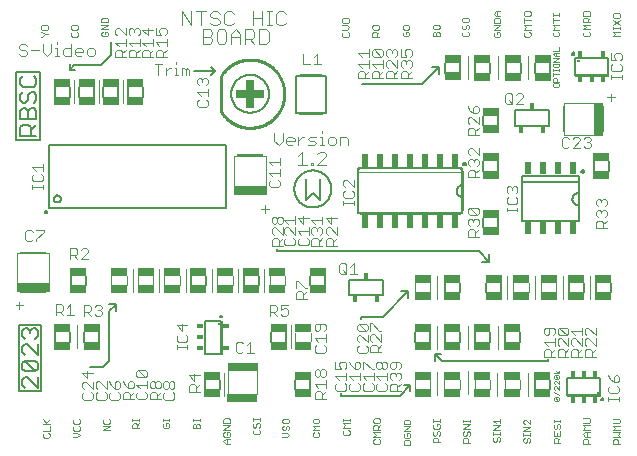
<source format=gto>
G75*
%MOIN*%
%OFA0B0*%
%FSLAX25Y25*%
%IPPOS*%
%LPD*%
%AMOC8*
5,1,8,0,0,1.08239X$1,22.5*
%
%ADD10C,0.00400*%
%ADD11C,0.00300*%
%ADD12C,0.00787*%
%ADD13C,0.00500*%
%ADD14C,0.00394*%
%ADD15C,0.00800*%
%ADD16C,0.00200*%
%ADD17C,0.00600*%
%ADD18R,0.05512X0.02559*%
%ADD19R,0.08661X0.00787*%
%ADD20R,0.10630X0.02559*%
%ADD21R,0.02000X0.04500*%
%ADD22C,0.01000*%
%ADD23R,0.09449X0.02756*%
%ADD24R,0.02756X0.09449*%
%ADD25R,0.05709X0.02953*%
%ADD26R,0.01800X0.02300*%
%ADD27R,0.00787X0.08661*%
%ADD28R,0.02559X0.10630*%
%ADD29R,0.01929X0.04331*%
%ADD30R,0.10236X0.02953*%
%ADD31C,0.00811*%
%ADD32R,0.01181X0.02461*%
%ADD33C,0.00450*%
%ADD34R,0.02461X0.01181*%
D10*
X0066157Y0036827D02*
X0066157Y0047850D01*
X0072063Y0047850D01*
X0072063Y0036827D01*
X0066157Y0036827D01*
X0074053Y0030981D02*
X0074053Y0023381D01*
X0083853Y0023381D02*
X0083853Y0030981D01*
X0096433Y0040839D02*
X0096433Y0043839D01*
X0101630Y0043839D02*
X0101630Y0040937D01*
X0093165Y0059835D02*
X0093165Y0062736D01*
X0087969Y0062736D02*
X0087969Y0059736D01*
X0075646Y0059736D02*
X0075646Y0062736D01*
X0070449Y0062638D02*
X0070449Y0059736D01*
X0058126Y0059736D02*
X0058126Y0062736D01*
X0052929Y0062638D02*
X0052929Y0059736D01*
X0049268Y0059835D02*
X0049268Y0062736D01*
X0044071Y0062736D02*
X0044071Y0059736D01*
X0040409Y0059736D02*
X0040409Y0062736D01*
X0035213Y0062638D02*
X0035213Y0059736D01*
X0014543Y0057654D02*
X0003913Y0057654D01*
X0003913Y0070252D01*
X0014543Y0070252D01*
X0014543Y0057654D01*
X0012434Y0091810D02*
X0012434Y0092990D01*
X0012434Y0092400D02*
X0008894Y0092400D01*
X0008894Y0091810D02*
X0008894Y0092990D01*
X0009484Y0094227D02*
X0011844Y0094227D01*
X0012434Y0094817D01*
X0012434Y0095997D01*
X0011844Y0096587D01*
X0012434Y0097852D02*
X0012434Y0100212D01*
X0012434Y0099032D02*
X0008894Y0099032D01*
X0010074Y0097852D01*
X0009484Y0096587D02*
X0008894Y0095997D01*
X0008894Y0094817D01*
X0009484Y0094227D01*
X0065629Y0140176D02*
X0067990Y0140176D01*
X0068777Y0140963D01*
X0068777Y0141750D01*
X0067990Y0142537D01*
X0065629Y0142537D01*
X0065629Y0140176D02*
X0065629Y0144899D01*
X0067990Y0144899D01*
X0068777Y0144111D01*
X0068777Y0143324D01*
X0067990Y0142537D01*
X0070341Y0140963D02*
X0071128Y0140176D01*
X0072702Y0140176D01*
X0073489Y0140963D01*
X0073489Y0144111D01*
X0072702Y0144899D01*
X0071128Y0144899D01*
X0070341Y0144111D01*
X0070341Y0140963D01*
X0075054Y0140176D02*
X0075054Y0143324D01*
X0076628Y0144899D01*
X0078202Y0143324D01*
X0078202Y0140176D01*
X0079767Y0140176D02*
X0079767Y0144899D01*
X0082128Y0144899D01*
X0082915Y0144111D01*
X0082915Y0142537D01*
X0082128Y0141750D01*
X0079767Y0141750D01*
X0081341Y0141750D02*
X0082915Y0140176D01*
X0084479Y0140176D02*
X0086841Y0140176D01*
X0087628Y0140963D01*
X0087628Y0144111D01*
X0086841Y0144899D01*
X0084479Y0144899D01*
X0084479Y0140176D01*
X0078202Y0142537D02*
X0075054Y0142537D01*
X0075269Y0146279D02*
X0073695Y0146279D01*
X0072908Y0147066D01*
X0072908Y0150214D01*
X0073695Y0151001D01*
X0075269Y0151001D01*
X0076056Y0150214D01*
X0076056Y0147066D02*
X0075269Y0146279D01*
X0071344Y0147066D02*
X0070557Y0146279D01*
X0068983Y0146279D01*
X0068196Y0147066D01*
X0068983Y0148640D02*
X0070557Y0148640D01*
X0071344Y0147853D01*
X0071344Y0147066D01*
X0068983Y0148640D02*
X0068196Y0149427D01*
X0068196Y0150214D01*
X0068983Y0151001D01*
X0070557Y0151001D01*
X0071344Y0150214D01*
X0066631Y0151001D02*
X0063483Y0151001D01*
X0061918Y0151001D02*
X0061918Y0146279D01*
X0058770Y0151001D01*
X0058770Y0146279D01*
X0065057Y0146279D02*
X0065057Y0151001D01*
X0082334Y0151001D02*
X0082334Y0146279D01*
X0082334Y0148640D02*
X0085482Y0148640D01*
X0085482Y0151001D02*
X0085482Y0146279D01*
X0087046Y0146279D02*
X0088620Y0146279D01*
X0087833Y0146279D02*
X0087833Y0151001D01*
X0087046Y0151001D02*
X0088620Y0151001D01*
X0090188Y0150214D02*
X0090188Y0147066D01*
X0090975Y0146279D01*
X0092549Y0146279D01*
X0093336Y0147066D01*
X0093336Y0150214D02*
X0092549Y0151001D01*
X0090975Y0151001D01*
X0090188Y0150214D01*
X0098854Y0104150D02*
X0098854Y0099822D01*
X0097411Y0099822D02*
X0100297Y0099822D01*
X0101761Y0099822D02*
X0102483Y0099822D01*
X0102483Y0100543D01*
X0101761Y0100543D01*
X0101761Y0099822D01*
X0103936Y0099822D02*
X0106822Y0102707D01*
X0106822Y0103429D01*
X0106100Y0104150D01*
X0104658Y0104150D01*
X0103936Y0103429D01*
X0098854Y0104150D02*
X0097411Y0102707D01*
X0103936Y0099822D02*
X0106822Y0099822D01*
X0112480Y0094227D02*
X0112480Y0093047D01*
X0113070Y0092457D01*
X0113070Y0091192D02*
X0112480Y0090602D01*
X0112480Y0089422D01*
X0113070Y0088832D01*
X0115430Y0088832D01*
X0116020Y0089422D01*
X0116020Y0090602D01*
X0115430Y0091192D01*
X0116020Y0092457D02*
X0113660Y0094817D01*
X0113070Y0094817D01*
X0112480Y0094227D01*
X0116020Y0094817D02*
X0116020Y0092457D01*
X0116020Y0087595D02*
X0116020Y0086415D01*
X0116020Y0087005D02*
X0112480Y0087005D01*
X0112480Y0086415D02*
X0112480Y0087595D01*
X0086807Y0090213D02*
X0076177Y0090213D01*
X0076177Y0102811D01*
X0086807Y0102811D01*
X0086807Y0090213D01*
X0136394Y0060374D02*
X0136394Y0057374D01*
X0141591Y0057472D02*
X0141591Y0060374D01*
X0169268Y0060374D02*
X0169268Y0057374D01*
X0174465Y0057472D02*
X0174465Y0060374D01*
X0178362Y0060374D02*
X0178362Y0057374D01*
X0183559Y0057472D02*
X0183559Y0060374D01*
X0187220Y0028756D02*
X0198244Y0028756D01*
X0198244Y0022850D01*
X0187220Y0022850D01*
X0187220Y0028756D01*
X0171512Y0028091D02*
X0171512Y0025189D01*
X0166315Y0025091D02*
X0166315Y0028091D01*
X0161472Y0028091D02*
X0161472Y0025189D01*
X0156276Y0025091D02*
X0156276Y0028091D01*
X0151433Y0028091D02*
X0151433Y0025189D01*
X0146236Y0025091D02*
X0146236Y0028091D01*
X0141591Y0028091D02*
X0141591Y0025189D01*
X0136394Y0025091D02*
X0136394Y0028091D01*
X0186236Y0109858D02*
X0186236Y0120488D01*
X0198835Y0120488D01*
X0198835Y0109858D01*
X0186236Y0109858D01*
X0189780Y0129543D02*
X0200803Y0129543D01*
X0200803Y0135449D01*
X0189780Y0135449D01*
X0189780Y0129543D01*
D11*
X0201639Y0129726D02*
X0201639Y0128512D01*
X0201639Y0129119D02*
X0205279Y0129119D01*
X0205279Y0128512D02*
X0205279Y0129726D01*
X0204672Y0130929D02*
X0202246Y0130929D01*
X0201639Y0131536D01*
X0201639Y0132749D01*
X0202246Y0133356D01*
X0201639Y0134554D02*
X0203459Y0134554D01*
X0202852Y0135767D01*
X0202852Y0136374D01*
X0203459Y0136981D01*
X0204672Y0136981D01*
X0205279Y0136374D01*
X0205279Y0135161D01*
X0204672Y0134554D01*
X0204672Y0133356D02*
X0205279Y0132749D01*
X0205279Y0131536D01*
X0204672Y0130929D01*
X0201639Y0134554D02*
X0201639Y0136981D01*
X0201773Y0123475D02*
X0201773Y0121048D01*
X0202986Y0122261D02*
X0200559Y0122261D01*
X0194443Y0109101D02*
X0193230Y0109101D01*
X0192623Y0108494D01*
X0191425Y0108494D02*
X0190818Y0109101D01*
X0189605Y0109101D01*
X0188998Y0108494D01*
X0187800Y0108494D02*
X0187193Y0109101D01*
X0185980Y0109101D01*
X0185373Y0108494D01*
X0185373Y0106068D01*
X0185980Y0105461D01*
X0187193Y0105461D01*
X0187800Y0106068D01*
X0188998Y0105461D02*
X0191425Y0107888D01*
X0191425Y0108494D01*
X0193837Y0107281D02*
X0194443Y0107281D01*
X0195050Y0106674D01*
X0195050Y0106068D01*
X0194443Y0105461D01*
X0193230Y0105461D01*
X0192623Y0106068D01*
X0191425Y0105461D02*
X0188998Y0105461D01*
X0194443Y0107281D02*
X0195050Y0107888D01*
X0195050Y0108494D01*
X0194443Y0109101D01*
X0172537Y0120067D02*
X0170110Y0120067D01*
X0172537Y0122494D01*
X0172537Y0123101D01*
X0171930Y0123707D01*
X0170716Y0123707D01*
X0170110Y0123101D01*
X0168911Y0123101D02*
X0168911Y0120674D01*
X0168305Y0120067D01*
X0167091Y0120067D01*
X0166485Y0120674D01*
X0166485Y0123101D01*
X0167091Y0123707D01*
X0168305Y0123707D01*
X0168911Y0123101D01*
X0167698Y0121281D02*
X0168911Y0120067D01*
X0157622Y0118774D02*
X0157015Y0119381D01*
X0156408Y0119381D01*
X0155802Y0118774D01*
X0155802Y0116954D01*
X0157015Y0116954D01*
X0157622Y0117561D01*
X0157622Y0118774D01*
X0155802Y0116954D02*
X0154588Y0118167D01*
X0153982Y0119381D01*
X0154588Y0115756D02*
X0153982Y0115149D01*
X0153982Y0113936D01*
X0154588Y0113329D01*
X0154588Y0112130D02*
X0153982Y0111524D01*
X0153982Y0109704D01*
X0157622Y0109704D01*
X0156408Y0109704D02*
X0156408Y0111524D01*
X0155802Y0112130D01*
X0154588Y0112130D01*
X0156408Y0110917D02*
X0157622Y0112130D01*
X0157622Y0113329D02*
X0155195Y0115756D01*
X0154588Y0115756D01*
X0157622Y0115756D02*
X0157622Y0113329D01*
X0157819Y0105404D02*
X0157819Y0102978D01*
X0155392Y0105404D01*
X0154785Y0105404D01*
X0154178Y0104798D01*
X0154178Y0103584D01*
X0154785Y0102978D01*
X0154785Y0101779D02*
X0155392Y0101779D01*
X0155998Y0101173D01*
X0156605Y0101779D01*
X0157212Y0101779D01*
X0157819Y0101173D01*
X0157819Y0099959D01*
X0157212Y0099352D01*
X0157819Y0098154D02*
X0156605Y0096941D01*
X0156605Y0097547D02*
X0156605Y0095727D01*
X0157819Y0095727D02*
X0154178Y0095727D01*
X0154178Y0097547D01*
X0154785Y0098154D01*
X0155998Y0098154D01*
X0156605Y0097547D01*
X0154785Y0099352D02*
X0154178Y0099959D01*
X0154178Y0101173D01*
X0154785Y0101779D01*
X0155998Y0101173D02*
X0155998Y0100566D01*
X0166962Y0092081D02*
X0166962Y0090868D01*
X0167569Y0090261D01*
X0167569Y0089063D02*
X0166962Y0088456D01*
X0166962Y0087243D01*
X0167569Y0086636D01*
X0169995Y0086636D01*
X0170602Y0087243D01*
X0170602Y0088456D01*
X0169995Y0089063D01*
X0169995Y0090261D02*
X0170602Y0090868D01*
X0170602Y0092081D01*
X0169995Y0092688D01*
X0169389Y0092688D01*
X0168782Y0092081D01*
X0168782Y0091474D01*
X0168782Y0092081D02*
X0168175Y0092688D01*
X0167569Y0092688D01*
X0166962Y0092081D01*
X0166962Y0085433D02*
X0166962Y0084219D01*
X0166962Y0084826D02*
X0170602Y0084826D01*
X0170602Y0084219D02*
X0170602Y0085433D01*
X0157661Y0084886D02*
X0157661Y0083672D01*
X0157054Y0083066D01*
X0154628Y0085492D01*
X0157054Y0085492D01*
X0157661Y0084886D01*
X0157054Y0083066D02*
X0154628Y0083066D01*
X0154021Y0083672D01*
X0154021Y0084886D01*
X0154628Y0085492D01*
X0154628Y0081867D02*
X0154021Y0081261D01*
X0154021Y0080047D01*
X0154628Y0079440D01*
X0154628Y0078242D02*
X0155841Y0078242D01*
X0156448Y0077635D01*
X0156448Y0075815D01*
X0157661Y0075815D02*
X0154021Y0075815D01*
X0154021Y0077635D01*
X0154628Y0078242D01*
X0156448Y0077029D02*
X0157661Y0078242D01*
X0157054Y0079440D02*
X0157661Y0080047D01*
X0157661Y0081261D01*
X0157054Y0081867D01*
X0156448Y0081867D01*
X0155841Y0081261D01*
X0155841Y0080654D01*
X0155841Y0081261D02*
X0155234Y0081867D01*
X0154628Y0081867D01*
X0117222Y0063374D02*
X0114795Y0063374D01*
X0113596Y0063374D02*
X0112383Y0064588D01*
X0111170Y0063981D02*
X0111776Y0063374D01*
X0112990Y0063374D01*
X0113596Y0063981D01*
X0113596Y0066408D01*
X0112990Y0067015D01*
X0111776Y0067015D01*
X0111170Y0066408D01*
X0111170Y0063981D01*
X0114795Y0065801D02*
X0116008Y0067015D01*
X0116008Y0063374D01*
X0110417Y0072863D02*
X0106777Y0072863D01*
X0106777Y0074683D01*
X0107384Y0075289D01*
X0108597Y0075289D01*
X0109204Y0074683D01*
X0109204Y0072863D01*
X0109204Y0074076D02*
X0110417Y0075289D01*
X0110417Y0076488D02*
X0107990Y0078914D01*
X0107384Y0078914D01*
X0106777Y0078308D01*
X0106777Y0077094D01*
X0107384Y0076488D01*
X0105496Y0077094D02*
X0105496Y0078308D01*
X0104889Y0078914D01*
X0104282Y0078914D01*
X0103676Y0078308D01*
X0103676Y0077701D01*
X0103676Y0078308D02*
X0103069Y0078914D01*
X0102462Y0078914D01*
X0101856Y0078308D01*
X0101856Y0077094D01*
X0102462Y0076488D01*
X0102462Y0075289D02*
X0101856Y0074683D01*
X0101856Y0072863D01*
X0105496Y0072863D01*
X0104282Y0072863D02*
X0104282Y0074683D01*
X0103676Y0075289D01*
X0102462Y0075289D01*
X0101007Y0074742D02*
X0101007Y0073528D01*
X0100401Y0072922D01*
X0097974Y0072922D01*
X0097367Y0073528D01*
X0097367Y0074742D01*
X0097974Y0075348D01*
X0098581Y0076547D02*
X0097367Y0077760D01*
X0101007Y0077760D01*
X0101007Y0076547D02*
X0101007Y0078974D01*
X0099187Y0080172D02*
X0099187Y0082599D01*
X0097367Y0081992D02*
X0099187Y0080172D01*
X0101007Y0081992D02*
X0097367Y0081992D01*
X0096441Y0082599D02*
X0096441Y0080172D01*
X0096441Y0078974D02*
X0096441Y0076547D01*
X0094014Y0078974D01*
X0093407Y0078974D01*
X0092800Y0078367D01*
X0092800Y0077153D01*
X0093407Y0076547D01*
X0092307Y0076488D02*
X0089880Y0078914D01*
X0089273Y0078914D01*
X0088667Y0078308D01*
X0088667Y0077094D01*
X0089273Y0076488D01*
X0089273Y0075289D02*
X0090487Y0075289D01*
X0091093Y0074683D01*
X0091093Y0072863D01*
X0091093Y0074076D02*
X0092307Y0075289D01*
X0092800Y0074742D02*
X0092800Y0073528D01*
X0093407Y0072922D01*
X0095834Y0072922D01*
X0096441Y0073528D01*
X0096441Y0074742D01*
X0095834Y0075348D01*
X0093407Y0075348D02*
X0092800Y0074742D01*
X0092307Y0076488D02*
X0092307Y0078914D01*
X0091700Y0080113D02*
X0091093Y0080113D01*
X0090487Y0080720D01*
X0090487Y0081933D01*
X0091093Y0082540D01*
X0091700Y0082540D01*
X0092307Y0081933D01*
X0092307Y0080720D01*
X0091700Y0080113D01*
X0090487Y0080720D02*
X0089880Y0080113D01*
X0089273Y0080113D01*
X0088667Y0080720D01*
X0088667Y0081933D01*
X0089273Y0082540D01*
X0089880Y0082540D01*
X0090487Y0081933D01*
X0092800Y0081385D02*
X0096441Y0081385D01*
X0094014Y0080172D02*
X0092800Y0081385D01*
X0087632Y0085057D02*
X0085205Y0085057D01*
X0086418Y0086270D02*
X0086418Y0083843D01*
X0089273Y0075289D02*
X0088667Y0074683D01*
X0088667Y0072863D01*
X0092307Y0072863D01*
X0100401Y0075348D02*
X0101007Y0074742D01*
X0104282Y0074076D02*
X0105496Y0075289D01*
X0104889Y0076488D02*
X0105496Y0077094D01*
X0105496Y0080113D02*
X0105496Y0082540D01*
X0105496Y0081326D02*
X0101856Y0081326D01*
X0103069Y0080113D01*
X0106777Y0081933D02*
X0108597Y0080113D01*
X0108597Y0082540D01*
X0110417Y0081933D02*
X0106777Y0081933D01*
X0110417Y0078914D02*
X0110417Y0076488D01*
X0097344Y0061198D02*
X0099771Y0058771D01*
X0100378Y0058771D01*
X0100378Y0057573D02*
X0099164Y0056359D01*
X0099164Y0056966D02*
X0099164Y0055146D01*
X0100378Y0055146D02*
X0096737Y0055146D01*
X0096737Y0056966D01*
X0097344Y0057573D01*
X0098558Y0057573D01*
X0099164Y0056966D01*
X0096737Y0058771D02*
X0096737Y0061198D01*
X0097344Y0061198D01*
X0094072Y0053097D02*
X0091645Y0053097D01*
X0091645Y0051277D01*
X0092859Y0051884D01*
X0093465Y0051884D01*
X0094072Y0051277D01*
X0094072Y0050064D01*
X0093465Y0049457D01*
X0092252Y0049457D01*
X0091645Y0050064D01*
X0090447Y0049457D02*
X0089233Y0050670D01*
X0089840Y0050670D02*
X0088020Y0050670D01*
X0088020Y0049457D02*
X0088020Y0053097D01*
X0089840Y0053097D01*
X0090447Y0052491D01*
X0090447Y0051277D01*
X0089840Y0050670D01*
X0081559Y0040833D02*
X0081559Y0037193D01*
X0080346Y0037193D02*
X0082773Y0037193D01*
X0080346Y0039620D02*
X0081559Y0040833D01*
X0079148Y0040227D02*
X0078541Y0040833D01*
X0077328Y0040833D01*
X0076721Y0040227D01*
X0076721Y0037800D01*
X0077328Y0037193D01*
X0078541Y0037193D01*
X0079148Y0037800D01*
X0064708Y0029601D02*
X0061068Y0029601D01*
X0062888Y0027781D01*
X0062888Y0030207D01*
X0062888Y0026582D02*
X0061675Y0026582D01*
X0061068Y0025976D01*
X0061068Y0024156D01*
X0064708Y0024156D01*
X0063495Y0024156D02*
X0063495Y0025976D01*
X0062888Y0026582D01*
X0063495Y0025369D02*
X0064708Y0026582D01*
X0056244Y0026983D02*
X0056244Y0025769D01*
X0055637Y0025163D01*
X0055030Y0025163D01*
X0054424Y0025769D01*
X0054424Y0026983D01*
X0055030Y0027589D01*
X0055637Y0027589D01*
X0056244Y0026983D01*
X0054424Y0026983D02*
X0053817Y0027589D01*
X0053210Y0027589D01*
X0052604Y0026983D01*
X0052604Y0025769D01*
X0053210Y0025163D01*
X0053817Y0025163D01*
X0054424Y0025769D01*
X0055637Y0023964D02*
X0056244Y0023358D01*
X0056244Y0022144D01*
X0055637Y0021538D01*
X0053210Y0021538D01*
X0052604Y0022144D01*
X0052604Y0023358D01*
X0053210Y0023964D01*
X0051716Y0024023D02*
X0050503Y0022810D01*
X0050503Y0023417D02*
X0050503Y0021597D01*
X0051716Y0021597D02*
X0048076Y0021597D01*
X0048076Y0023417D01*
X0048683Y0024023D01*
X0049896Y0024023D01*
X0050503Y0023417D01*
X0050503Y0025222D02*
X0049896Y0025828D01*
X0049896Y0027042D01*
X0050503Y0027648D01*
X0051109Y0027648D01*
X0051716Y0027042D01*
X0051716Y0025828D01*
X0051109Y0025222D01*
X0050503Y0025222D01*
X0049896Y0025828D02*
X0049289Y0025222D01*
X0048683Y0025222D01*
X0048076Y0025828D01*
X0048076Y0027042D01*
X0048683Y0027648D01*
X0049289Y0027648D01*
X0049896Y0027042D01*
X0047189Y0026491D02*
X0043548Y0026491D01*
X0044762Y0025278D01*
X0044155Y0024079D02*
X0043548Y0023473D01*
X0043548Y0022259D01*
X0044155Y0021653D01*
X0046582Y0021653D01*
X0047189Y0022259D01*
X0047189Y0023473D01*
X0046582Y0024079D01*
X0047189Y0025278D02*
X0047189Y0027704D01*
X0046582Y0028903D02*
X0044155Y0028903D01*
X0043548Y0029509D01*
X0043548Y0030723D01*
X0044155Y0031330D01*
X0046582Y0028903D01*
X0047189Y0029509D01*
X0047189Y0030723D01*
X0046582Y0031330D01*
X0044155Y0031330D01*
X0042054Y0027648D02*
X0041448Y0027648D01*
X0040841Y0027042D01*
X0040841Y0025222D01*
X0042054Y0025222D01*
X0042661Y0025828D01*
X0042661Y0027042D01*
X0042054Y0027648D01*
X0039628Y0026435D02*
X0040841Y0025222D01*
X0040841Y0024023D02*
X0041448Y0023417D01*
X0041448Y0021597D01*
X0041448Y0022810D02*
X0042661Y0024023D01*
X0040841Y0024023D02*
X0039628Y0024023D01*
X0039021Y0023417D01*
X0039021Y0021597D01*
X0042661Y0021597D01*
X0038133Y0022144D02*
X0038133Y0023358D01*
X0037527Y0023964D01*
X0037527Y0025163D02*
X0038133Y0025769D01*
X0038133Y0026983D01*
X0037527Y0027589D01*
X0036920Y0027589D01*
X0036313Y0026983D01*
X0036313Y0025163D01*
X0037527Y0025163D01*
X0036313Y0025163D02*
X0035100Y0026376D01*
X0034493Y0027589D01*
X0033606Y0027589D02*
X0033606Y0025163D01*
X0031179Y0027589D01*
X0030572Y0027589D01*
X0029966Y0026983D01*
X0029966Y0025769D01*
X0030572Y0025163D01*
X0030572Y0023964D02*
X0029966Y0023358D01*
X0029966Y0022144D01*
X0030572Y0021538D01*
X0032999Y0021538D01*
X0033606Y0022144D01*
X0033606Y0023358D01*
X0032999Y0023964D01*
X0034493Y0023358D02*
X0034493Y0022144D01*
X0035100Y0021538D01*
X0037527Y0021538D01*
X0038133Y0022144D01*
X0035100Y0023964D02*
X0034493Y0023358D01*
X0029078Y0023276D02*
X0029078Y0022062D01*
X0028472Y0021456D01*
X0026045Y0021456D01*
X0025438Y0022062D01*
X0025438Y0023276D01*
X0026045Y0023882D01*
X0026045Y0025081D02*
X0025438Y0025687D01*
X0025438Y0026901D01*
X0026045Y0027508D01*
X0026652Y0027508D01*
X0029078Y0025081D01*
X0029078Y0027508D01*
X0027258Y0028706D02*
X0027258Y0031133D01*
X0029078Y0030526D02*
X0025438Y0030526D01*
X0027258Y0028706D01*
X0028472Y0023882D02*
X0029078Y0023276D01*
X0039021Y0027648D02*
X0039628Y0026435D01*
X0056954Y0038355D02*
X0056954Y0039568D01*
X0056954Y0038961D02*
X0060594Y0038961D01*
X0060594Y0038355D02*
X0060594Y0039568D01*
X0059987Y0040771D02*
X0060594Y0041378D01*
X0060594Y0042592D01*
X0059987Y0043198D01*
X0058774Y0044397D02*
X0058774Y0046823D01*
X0056954Y0046217D02*
X0058774Y0044397D01*
X0057561Y0043198D02*
X0056954Y0042592D01*
X0056954Y0041378D01*
X0057561Y0040771D01*
X0059987Y0040771D01*
X0060594Y0046217D02*
X0056954Y0046217D01*
X0032064Y0050064D02*
X0031457Y0049457D01*
X0030244Y0049457D01*
X0029637Y0050064D01*
X0028439Y0049457D02*
X0027226Y0050670D01*
X0027832Y0050670D02*
X0026012Y0050670D01*
X0026012Y0049457D02*
X0026012Y0053097D01*
X0027832Y0053097D01*
X0028439Y0052491D01*
X0028439Y0051277D01*
X0027832Y0050670D01*
X0030851Y0051277D02*
X0031457Y0051277D01*
X0032064Y0050670D01*
X0032064Y0050064D01*
X0031457Y0051277D02*
X0032064Y0051884D01*
X0032064Y0052491D01*
X0031457Y0053097D01*
X0030244Y0053097D01*
X0029637Y0052491D01*
X0022812Y0049654D02*
X0020385Y0049654D01*
X0019187Y0049654D02*
X0017974Y0050867D01*
X0018580Y0050867D02*
X0016760Y0050867D01*
X0016760Y0049654D02*
X0016760Y0053294D01*
X0018580Y0053294D01*
X0019187Y0052687D01*
X0019187Y0051474D01*
X0018580Y0050867D01*
X0020385Y0052081D02*
X0021599Y0053294D01*
X0021599Y0049654D01*
X0005742Y0052970D02*
X0003315Y0052970D01*
X0004529Y0054183D02*
X0004529Y0051757D01*
X0021485Y0068355D02*
X0021485Y0071995D01*
X0023305Y0071995D01*
X0023911Y0071388D01*
X0023911Y0070175D01*
X0023305Y0069568D01*
X0021485Y0069568D01*
X0022698Y0069568D02*
X0023911Y0068355D01*
X0025110Y0068355D02*
X0027537Y0070781D01*
X0027537Y0071388D01*
X0026930Y0071995D01*
X0025716Y0071995D01*
X0025110Y0071388D01*
X0025110Y0068355D02*
X0027537Y0068355D01*
X0012609Y0077353D02*
X0010182Y0074926D01*
X0010182Y0074319D01*
X0008984Y0074926D02*
X0008377Y0074319D01*
X0007164Y0074319D01*
X0006557Y0074926D01*
X0006557Y0077353D01*
X0007164Y0077959D01*
X0008377Y0077959D01*
X0008984Y0077353D01*
X0010182Y0077959D02*
X0012609Y0077959D01*
X0012609Y0077353D01*
X0063745Y0119670D02*
X0064352Y0119063D01*
X0066779Y0119063D01*
X0067385Y0119670D01*
X0067385Y0120883D01*
X0066779Y0121490D01*
X0067385Y0122689D02*
X0067385Y0125115D01*
X0067385Y0123902D02*
X0063745Y0123902D01*
X0064959Y0122689D01*
X0064352Y0121490D02*
X0063745Y0120883D01*
X0063745Y0119670D01*
X0064352Y0126314D02*
X0063745Y0126920D01*
X0063745Y0128134D01*
X0064352Y0128740D01*
X0064959Y0128740D01*
X0065565Y0128134D01*
X0066172Y0128740D01*
X0066779Y0128740D01*
X0067385Y0128134D01*
X0067385Y0126920D01*
X0066779Y0126314D01*
X0065565Y0127527D02*
X0065565Y0128134D01*
X0061172Y0129693D02*
X0061172Y0131513D01*
X0060565Y0132120D01*
X0059959Y0131513D01*
X0059959Y0129693D01*
X0058745Y0129693D02*
X0058745Y0132120D01*
X0059352Y0132120D01*
X0059959Y0131513D01*
X0057542Y0129693D02*
X0056329Y0129693D01*
X0056935Y0129693D02*
X0056935Y0132120D01*
X0056329Y0132120D01*
X0055128Y0132120D02*
X0054521Y0132120D01*
X0053308Y0130907D01*
X0053308Y0132120D02*
X0053308Y0129693D01*
X0050896Y0129693D02*
X0050896Y0133333D01*
X0052109Y0133333D02*
X0049682Y0133333D01*
X0049157Y0135688D02*
X0045517Y0135688D01*
X0045517Y0137508D01*
X0046124Y0138115D01*
X0047337Y0138115D01*
X0047944Y0137508D01*
X0047944Y0135688D01*
X0047944Y0136901D02*
X0049157Y0138115D01*
X0050025Y0137547D02*
X0050632Y0138154D01*
X0051845Y0138154D01*
X0052452Y0137547D01*
X0052452Y0135727D01*
X0053665Y0135727D02*
X0050025Y0135727D01*
X0050025Y0137547D01*
X0049157Y0139313D02*
X0049157Y0141740D01*
X0049157Y0140526D02*
X0045517Y0140526D01*
X0046730Y0139313D01*
X0044630Y0139313D02*
X0044630Y0141740D01*
X0044630Y0140526D02*
X0040989Y0140526D01*
X0042203Y0139313D01*
X0042809Y0138115D02*
X0043416Y0137508D01*
X0043416Y0135688D01*
X0043416Y0136901D02*
X0044630Y0138115D01*
X0042809Y0138115D02*
X0041596Y0138115D01*
X0040989Y0137508D01*
X0040989Y0135688D01*
X0044630Y0135688D01*
X0040102Y0135688D02*
X0036462Y0135688D01*
X0036462Y0137508D01*
X0037069Y0138115D01*
X0038282Y0138115D01*
X0038889Y0137508D01*
X0038889Y0135688D01*
X0038889Y0136901D02*
X0040102Y0138115D01*
X0040102Y0139313D02*
X0040102Y0141740D01*
X0040102Y0142938D02*
X0037675Y0145365D01*
X0037069Y0145365D01*
X0036462Y0144758D01*
X0036462Y0143545D01*
X0037069Y0142938D01*
X0036462Y0140526D02*
X0040102Y0140526D01*
X0037675Y0139313D02*
X0036462Y0140526D01*
X0040102Y0142938D02*
X0040102Y0145365D01*
X0040989Y0144758D02*
X0041596Y0145365D01*
X0042203Y0145365D01*
X0042809Y0144758D01*
X0043416Y0145365D01*
X0044023Y0145365D01*
X0044630Y0144758D01*
X0044630Y0143545D01*
X0044023Y0142938D01*
X0042809Y0144152D02*
X0042809Y0144758D01*
X0040989Y0144758D02*
X0040989Y0143545D01*
X0041596Y0142938D01*
X0045517Y0144758D02*
X0047337Y0142938D01*
X0047337Y0145365D01*
X0049157Y0144758D02*
X0045517Y0144758D01*
X0050025Y0145404D02*
X0050025Y0142978D01*
X0051845Y0142978D01*
X0051238Y0144191D01*
X0051238Y0144798D01*
X0051845Y0145404D01*
X0053058Y0145404D01*
X0053665Y0144798D01*
X0053665Y0143584D01*
X0053058Y0142978D01*
X0053665Y0141779D02*
X0053665Y0139352D01*
X0053665Y0138154D02*
X0052452Y0136941D01*
X0051238Y0139352D02*
X0050025Y0140566D01*
X0053665Y0140566D01*
X0056935Y0133940D02*
X0056935Y0133333D01*
X0029773Y0136665D02*
X0029773Y0138010D01*
X0029101Y0138682D01*
X0027756Y0138682D01*
X0027084Y0138010D01*
X0027084Y0136665D01*
X0027756Y0135993D01*
X0029101Y0135993D01*
X0029773Y0136665D01*
X0025785Y0137337D02*
X0023096Y0137337D01*
X0023096Y0136665D02*
X0023096Y0138010D01*
X0023768Y0138682D01*
X0025113Y0138682D01*
X0025785Y0138010D01*
X0025785Y0137337D01*
X0025113Y0135993D02*
X0023768Y0135993D01*
X0023096Y0136665D01*
X0021798Y0135993D02*
X0019781Y0135993D01*
X0019108Y0136665D01*
X0019108Y0138010D01*
X0019781Y0138682D01*
X0021798Y0138682D01*
X0021798Y0140027D02*
X0021798Y0135993D01*
X0017795Y0135993D02*
X0016450Y0135993D01*
X0017122Y0135993D02*
X0017122Y0138682D01*
X0016450Y0138682D01*
X0017122Y0140027D02*
X0017122Y0140699D01*
X0015152Y0140027D02*
X0015152Y0137337D01*
X0013807Y0135993D01*
X0012462Y0137337D01*
X0012462Y0140027D01*
X0011164Y0138010D02*
X0008475Y0138010D01*
X0007176Y0137337D02*
X0007176Y0136665D01*
X0006504Y0135993D01*
X0005159Y0135993D01*
X0004487Y0136665D01*
X0005159Y0138010D02*
X0006504Y0138010D01*
X0007176Y0137337D01*
X0007176Y0139354D02*
X0006504Y0140027D01*
X0005159Y0140027D01*
X0004487Y0139354D01*
X0004487Y0138682D01*
X0005159Y0138010D01*
X0089600Y0110302D02*
X0089600Y0107613D01*
X0090945Y0106268D01*
X0092290Y0107613D01*
X0092290Y0110302D01*
X0094260Y0108958D02*
X0093588Y0108285D01*
X0093588Y0106940D01*
X0094260Y0106268D01*
X0095605Y0106268D01*
X0096277Y0107613D02*
X0096277Y0108285D01*
X0095605Y0108958D01*
X0094260Y0108958D01*
X0093588Y0107613D02*
X0096277Y0107613D01*
X0097576Y0107613D02*
X0098920Y0108958D01*
X0099593Y0108958D01*
X0100899Y0108285D02*
X0101571Y0107613D01*
X0102916Y0107613D01*
X0103588Y0106940D01*
X0102916Y0106268D01*
X0100899Y0106268D01*
X0100899Y0108285D02*
X0101571Y0108958D01*
X0103588Y0108958D01*
X0104886Y0108958D02*
X0105559Y0108958D01*
X0105559Y0106268D01*
X0106231Y0106268D02*
X0104886Y0106268D01*
X0107545Y0106940D02*
X0107545Y0108285D01*
X0108217Y0108958D01*
X0109562Y0108958D01*
X0110234Y0108285D01*
X0110234Y0106940D01*
X0109562Y0106268D01*
X0108217Y0106268D01*
X0107545Y0106940D01*
X0105559Y0110302D02*
X0105559Y0110975D01*
X0111532Y0108958D02*
X0111532Y0106268D01*
X0111532Y0108958D02*
X0113549Y0108958D01*
X0114222Y0108285D01*
X0114222Y0106268D01*
X0097576Y0106268D02*
X0097576Y0108958D01*
X0091362Y0101988D02*
X0091362Y0099562D01*
X0091362Y0098363D02*
X0091362Y0095937D01*
X0091362Y0097150D02*
X0087722Y0097150D01*
X0088935Y0095937D01*
X0088328Y0094738D02*
X0087722Y0094131D01*
X0087722Y0092918D01*
X0088328Y0092311D01*
X0090755Y0092311D01*
X0091362Y0092918D01*
X0091362Y0094131D01*
X0090755Y0094738D01*
X0088935Y0099562D02*
X0087722Y0100775D01*
X0091362Y0100775D01*
X0117407Y0128571D02*
X0117407Y0130391D01*
X0118013Y0130998D01*
X0119227Y0130998D01*
X0119833Y0130391D01*
X0119833Y0128571D01*
X0119833Y0129785D02*
X0121047Y0130998D01*
X0121047Y0132196D02*
X0121047Y0134623D01*
X0121047Y0135822D02*
X0121047Y0138248D01*
X0121047Y0137035D02*
X0117407Y0137035D01*
X0118620Y0135822D01*
X0117407Y0133410D02*
X0121047Y0133410D01*
X0122131Y0133410D02*
X0125771Y0133410D01*
X0125771Y0134623D02*
X0125771Y0132196D01*
X0125771Y0130998D02*
X0124558Y0129785D01*
X0124558Y0130391D02*
X0124558Y0128571D01*
X0125771Y0128571D02*
X0122131Y0128571D01*
X0122131Y0130391D01*
X0122738Y0130998D01*
X0123951Y0130998D01*
X0124558Y0130391D01*
X0123345Y0132196D02*
X0122131Y0133410D01*
X0122738Y0135822D02*
X0122131Y0136428D01*
X0122131Y0137642D01*
X0122738Y0138248D01*
X0125165Y0135822D01*
X0125771Y0136428D01*
X0125771Y0137642D01*
X0125165Y0138248D01*
X0122738Y0138248D01*
X0122738Y0135822D02*
X0125165Y0135822D01*
X0126856Y0136428D02*
X0126856Y0137642D01*
X0127462Y0138248D01*
X0128069Y0138248D01*
X0128676Y0137642D01*
X0129282Y0138248D01*
X0129889Y0138248D01*
X0130496Y0137642D01*
X0130496Y0136428D01*
X0129889Y0135822D01*
X0130496Y0134623D02*
X0130496Y0132196D01*
X0128069Y0134623D01*
X0127462Y0134623D01*
X0126856Y0134016D01*
X0126856Y0132803D01*
X0127462Y0132196D01*
X0127462Y0130998D02*
X0126856Y0130391D01*
X0126856Y0128571D01*
X0130496Y0128571D01*
X0129282Y0128571D02*
X0129282Y0130391D01*
X0128676Y0130998D01*
X0127462Y0130998D01*
X0129282Y0129785D02*
X0130496Y0130998D01*
X0131777Y0130391D02*
X0131777Y0128571D01*
X0135417Y0128571D01*
X0134204Y0128571D02*
X0134204Y0130391D01*
X0133597Y0130998D01*
X0132384Y0130998D01*
X0131777Y0130391D01*
X0132384Y0132196D02*
X0131777Y0132803D01*
X0131777Y0134016D01*
X0132384Y0134623D01*
X0132990Y0134623D01*
X0133597Y0134016D01*
X0134204Y0134623D01*
X0134810Y0134623D01*
X0135417Y0134016D01*
X0135417Y0132803D01*
X0134810Y0132196D01*
X0135417Y0130998D02*
X0134204Y0129785D01*
X0133597Y0133410D02*
X0133597Y0134016D01*
X0133597Y0135822D02*
X0131777Y0135822D01*
X0131777Y0138248D01*
X0132990Y0137642D02*
X0133597Y0138248D01*
X0134810Y0138248D01*
X0135417Y0137642D01*
X0135417Y0136428D01*
X0134810Y0135822D01*
X0133597Y0135822D02*
X0132990Y0137035D01*
X0132990Y0137642D01*
X0128676Y0137642D02*
X0128676Y0137035D01*
X0127462Y0135822D02*
X0126856Y0136428D01*
X0118620Y0132196D02*
X0117407Y0133410D01*
X0117407Y0128571D02*
X0121047Y0128571D01*
X0105089Y0133217D02*
X0102663Y0133217D01*
X0101464Y0133217D02*
X0099038Y0133217D01*
X0099038Y0136857D01*
X0102663Y0135644D02*
X0103876Y0136857D01*
X0103876Y0133217D01*
X0196737Y0087838D02*
X0196737Y0086625D01*
X0197344Y0086018D01*
X0197344Y0084820D02*
X0197951Y0084820D01*
X0198558Y0084213D01*
X0199164Y0084820D01*
X0199771Y0084820D01*
X0200378Y0084213D01*
X0200378Y0083000D01*
X0199771Y0082393D01*
X0200378Y0081195D02*
X0199164Y0079981D01*
X0199164Y0080588D02*
X0199164Y0078768D01*
X0200378Y0078768D02*
X0196737Y0078768D01*
X0196737Y0080588D01*
X0197344Y0081195D01*
X0198558Y0081195D01*
X0199164Y0080588D01*
X0197344Y0082393D02*
X0196737Y0083000D01*
X0196737Y0084213D01*
X0197344Y0084820D01*
X0198558Y0084213D02*
X0198558Y0083607D01*
X0199771Y0086018D02*
X0200378Y0086625D01*
X0200378Y0087838D01*
X0199771Y0088445D01*
X0199164Y0088445D01*
X0198558Y0087838D01*
X0198558Y0087232D01*
X0198558Y0087838D02*
X0197951Y0088445D01*
X0197344Y0088445D01*
X0196737Y0087838D01*
X0196637Y0045532D02*
X0196637Y0043105D01*
X0194211Y0045532D01*
X0193604Y0045532D01*
X0192997Y0044925D01*
X0192997Y0043712D01*
X0193604Y0043105D01*
X0193604Y0041907D02*
X0192997Y0041300D01*
X0192997Y0040087D01*
X0193604Y0039480D01*
X0193604Y0038281D02*
X0194817Y0038281D01*
X0195424Y0037675D01*
X0195424Y0035855D01*
X0195424Y0037068D02*
X0196637Y0038281D01*
X0196637Y0039480D02*
X0194211Y0041907D01*
X0193604Y0041907D01*
X0192110Y0041907D02*
X0192110Y0039480D01*
X0189683Y0041907D01*
X0189076Y0041907D01*
X0188470Y0041300D01*
X0188470Y0040087D01*
X0189076Y0039480D01*
X0189076Y0038281D02*
X0190290Y0038281D01*
X0190896Y0037675D01*
X0190896Y0035855D01*
X0190896Y0037068D02*
X0192110Y0038281D01*
X0192997Y0037675D02*
X0193604Y0038281D01*
X0192997Y0037675D02*
X0192997Y0035855D01*
X0196637Y0035855D01*
X0196637Y0039480D02*
X0196637Y0041907D01*
X0192110Y0043105D02*
X0192110Y0045532D01*
X0192110Y0044318D02*
X0188470Y0044318D01*
X0189683Y0043105D01*
X0187582Y0043712D02*
X0186976Y0043105D01*
X0184549Y0045532D01*
X0186976Y0045532D01*
X0187582Y0044925D01*
X0187582Y0043712D01*
X0186976Y0043105D02*
X0184549Y0043105D01*
X0183942Y0043712D01*
X0183942Y0044925D01*
X0184549Y0045532D01*
X0183055Y0044925D02*
X0183055Y0043712D01*
X0182448Y0043105D01*
X0183055Y0041907D02*
X0183055Y0039480D01*
X0183942Y0040087D02*
X0184549Y0039480D01*
X0183942Y0040087D02*
X0183942Y0041300D01*
X0184549Y0041907D01*
X0185156Y0041907D01*
X0187582Y0039480D01*
X0187582Y0041907D01*
X0187582Y0038281D02*
X0186369Y0037068D01*
X0186369Y0037675D02*
X0186369Y0035855D01*
X0187582Y0035855D02*
X0183942Y0035855D01*
X0183942Y0037675D01*
X0184549Y0038281D01*
X0185762Y0038281D01*
X0186369Y0037675D01*
X0188470Y0037675D02*
X0188470Y0035855D01*
X0192110Y0035855D01*
X0189076Y0038281D02*
X0188470Y0037675D01*
X0183055Y0038281D02*
X0181841Y0037068D01*
X0181841Y0037675D02*
X0181841Y0035855D01*
X0183055Y0035855D02*
X0179415Y0035855D01*
X0179415Y0037675D01*
X0180021Y0038281D01*
X0181235Y0038281D01*
X0181841Y0037675D01*
X0180628Y0039480D02*
X0179415Y0040693D01*
X0183055Y0040693D01*
X0180628Y0043105D02*
X0181235Y0043712D01*
X0181235Y0045532D01*
X0182448Y0045532D02*
X0180021Y0045532D01*
X0179415Y0044925D01*
X0179415Y0043712D01*
X0180021Y0043105D01*
X0180628Y0043105D01*
X0183055Y0044925D02*
X0182448Y0045532D01*
X0200852Y0029676D02*
X0201458Y0028463D01*
X0202672Y0027249D01*
X0202672Y0029069D01*
X0203278Y0029676D01*
X0203885Y0029676D01*
X0204492Y0029069D01*
X0204492Y0027856D01*
X0203885Y0027249D01*
X0202672Y0027249D01*
X0203885Y0026051D02*
X0204492Y0025444D01*
X0204492Y0024231D01*
X0203885Y0023624D01*
X0201458Y0023624D01*
X0200852Y0024231D01*
X0200852Y0025444D01*
X0201458Y0026051D01*
X0200852Y0022421D02*
X0200852Y0021207D01*
X0200852Y0021814D02*
X0204492Y0021814D01*
X0204492Y0021207D02*
X0204492Y0022421D01*
X0131815Y0024437D02*
X0128174Y0024437D01*
X0128174Y0026257D01*
X0128781Y0026864D01*
X0129995Y0026864D01*
X0130601Y0026257D01*
X0130601Y0024437D01*
X0130601Y0025651D02*
X0131815Y0026864D01*
X0131208Y0028063D02*
X0131815Y0028669D01*
X0131815Y0029883D01*
X0131208Y0030489D01*
X0130601Y0030489D01*
X0129995Y0029883D01*
X0129995Y0029276D01*
X0129995Y0029883D02*
X0129388Y0030489D01*
X0128781Y0030489D01*
X0128174Y0029883D01*
X0128174Y0028669D01*
X0128781Y0028063D01*
X0127149Y0028122D02*
X0127149Y0030548D01*
X0127149Y0029335D02*
X0123509Y0029335D01*
X0124722Y0028122D01*
X0124116Y0026923D02*
X0123509Y0026317D01*
X0123509Y0025103D01*
X0124116Y0024496D01*
X0126543Y0024496D01*
X0127149Y0025103D01*
X0127149Y0026317D01*
X0126543Y0026923D01*
X0122622Y0026317D02*
X0122622Y0025103D01*
X0122015Y0024496D01*
X0119588Y0024496D01*
X0118982Y0025103D01*
X0118982Y0026317D01*
X0119588Y0026923D01*
X0120195Y0028122D02*
X0118982Y0029335D01*
X0122622Y0029335D01*
X0122622Y0028122D02*
X0122622Y0030548D01*
X0122622Y0031747D02*
X0122015Y0031747D01*
X0119588Y0034173D01*
X0118982Y0034173D01*
X0118982Y0031747D01*
X0118094Y0032353D02*
X0118094Y0033567D01*
X0117487Y0034173D01*
X0116881Y0034173D01*
X0116274Y0033567D01*
X0116274Y0031747D01*
X0117487Y0031747D01*
X0118094Y0032353D01*
X0118094Y0030548D02*
X0118094Y0028122D01*
X0118094Y0029335D02*
X0114454Y0029335D01*
X0115667Y0028122D01*
X0115061Y0026923D02*
X0114454Y0026317D01*
X0114454Y0025103D01*
X0115061Y0024496D01*
X0117487Y0024496D01*
X0118094Y0025103D01*
X0118094Y0026317D01*
X0117487Y0026923D01*
X0113567Y0026317D02*
X0113567Y0025103D01*
X0112960Y0024496D01*
X0110533Y0024496D01*
X0109926Y0025103D01*
X0109926Y0026317D01*
X0110533Y0026923D01*
X0111140Y0028122D02*
X0109926Y0029335D01*
X0113567Y0029335D01*
X0113567Y0028122D02*
X0113567Y0030548D01*
X0112960Y0031747D02*
X0113567Y0032353D01*
X0113567Y0033567D01*
X0112960Y0034173D01*
X0111746Y0034173D01*
X0111140Y0033567D01*
X0111140Y0032960D01*
X0111746Y0031747D01*
X0109926Y0031747D01*
X0109926Y0034173D01*
X0114454Y0034173D02*
X0115061Y0032960D01*
X0116274Y0031747D01*
X0117620Y0037095D02*
X0120046Y0037095D01*
X0120653Y0037702D01*
X0120653Y0038915D01*
X0120046Y0039522D01*
X0120653Y0040720D02*
X0118226Y0043147D01*
X0117620Y0043147D01*
X0117013Y0042540D01*
X0117013Y0041327D01*
X0117620Y0040720D01*
X0117620Y0039522D02*
X0117013Y0038915D01*
X0117013Y0037702D01*
X0117620Y0037095D01*
X0121541Y0037233D02*
X0121541Y0039053D01*
X0122147Y0039659D01*
X0123361Y0039659D01*
X0123967Y0039053D01*
X0123967Y0037233D01*
X0123967Y0038446D02*
X0125181Y0039659D01*
X0125181Y0040858D02*
X0122754Y0043285D01*
X0122147Y0043285D01*
X0121541Y0042678D01*
X0121541Y0041464D01*
X0122147Y0040858D01*
X0120653Y0040720D02*
X0120653Y0043147D01*
X0120046Y0044345D02*
X0117620Y0046772D01*
X0120046Y0046772D01*
X0120653Y0046165D01*
X0120653Y0044952D01*
X0120046Y0044345D01*
X0117620Y0044345D01*
X0117013Y0044952D01*
X0117013Y0046165D01*
X0117620Y0046772D01*
X0121541Y0046910D02*
X0121541Y0044483D01*
X0121541Y0046910D02*
X0122147Y0046910D01*
X0124574Y0044483D01*
X0125181Y0044483D01*
X0125181Y0043285D02*
X0125181Y0040858D01*
X0125181Y0037233D02*
X0121541Y0037233D01*
X0124116Y0034173D02*
X0124722Y0034173D01*
X0125329Y0033567D01*
X0125329Y0032353D01*
X0124722Y0031747D01*
X0124116Y0031747D01*
X0123509Y0032353D01*
X0123509Y0033567D01*
X0124116Y0034173D01*
X0125329Y0033567D02*
X0125936Y0034173D01*
X0126543Y0034173D01*
X0127149Y0033567D01*
X0127149Y0032353D01*
X0126543Y0031747D01*
X0125936Y0031747D01*
X0125329Y0032353D01*
X0128174Y0032294D02*
X0128781Y0031688D01*
X0129388Y0031688D01*
X0129995Y0032294D01*
X0129995Y0034114D01*
X0131208Y0034114D02*
X0128781Y0034114D01*
X0128174Y0033508D01*
X0128174Y0032294D01*
X0131208Y0031688D02*
X0131815Y0032294D01*
X0131815Y0033508D01*
X0131208Y0034114D01*
X0122622Y0026317D02*
X0122015Y0026923D01*
X0113567Y0026317D02*
X0112960Y0026923D01*
X0106677Y0026717D02*
X0103037Y0026717D01*
X0104250Y0025503D01*
X0103643Y0024305D02*
X0104857Y0024305D01*
X0105463Y0023698D01*
X0105463Y0021878D01*
X0105463Y0023092D02*
X0106677Y0024305D01*
X0106677Y0025503D02*
X0106677Y0027930D01*
X0106070Y0029129D02*
X0105463Y0029129D01*
X0104857Y0029735D01*
X0104857Y0030949D01*
X0105463Y0031555D01*
X0106070Y0031555D01*
X0106677Y0030949D01*
X0106677Y0029735D01*
X0106070Y0029129D01*
X0104857Y0029735D02*
X0104250Y0029129D01*
X0103643Y0029129D01*
X0103037Y0029735D01*
X0103037Y0030949D01*
X0103643Y0031555D01*
X0104250Y0031555D01*
X0104857Y0030949D01*
X0106031Y0037204D02*
X0103604Y0037204D01*
X0102997Y0037810D01*
X0102997Y0039024D01*
X0103604Y0039630D01*
X0104211Y0040829D02*
X0102997Y0042042D01*
X0106637Y0042042D01*
X0106637Y0040829D02*
X0106637Y0043256D01*
X0106031Y0044454D02*
X0106637Y0045061D01*
X0106637Y0046274D01*
X0106031Y0046881D01*
X0103604Y0046881D01*
X0102997Y0046274D01*
X0102997Y0045061D01*
X0103604Y0044454D01*
X0104211Y0044454D01*
X0104817Y0045061D01*
X0104817Y0046881D01*
X0106031Y0039630D02*
X0106637Y0039024D01*
X0106637Y0037810D01*
X0106031Y0037204D01*
X0103643Y0024305D02*
X0103037Y0023698D01*
X0103037Y0021878D01*
X0106677Y0021878D01*
D12*
X0111827Y0022850D02*
X0111827Y0023638D01*
X0111827Y0022850D02*
X0131315Y0022850D01*
X0134858Y0026394D01*
X0134858Y0024228D01*
X0134858Y0026394D02*
X0132693Y0026394D01*
X0143126Y0034465D02*
X0143126Y0036630D01*
X0145094Y0036630D01*
X0143126Y0036630D02*
X0145291Y0034465D01*
X0145488Y0034465D02*
X0180921Y0034465D01*
X0180921Y0035055D01*
X0187220Y0028756D02*
X0187220Y0023047D01*
X0198244Y0023047D01*
X0198244Y0028756D01*
X0187220Y0028756D01*
X0198557Y0021669D02*
X0198559Y0021702D01*
X0198565Y0021734D01*
X0198574Y0021766D01*
X0198588Y0021796D01*
X0198604Y0021824D01*
X0198624Y0021850D01*
X0198647Y0021874D01*
X0198673Y0021895D01*
X0198701Y0021912D01*
X0198731Y0021927D01*
X0198762Y0021937D01*
X0198794Y0021944D01*
X0198827Y0021947D01*
X0198860Y0021946D01*
X0198892Y0021941D01*
X0198924Y0021932D01*
X0198955Y0021920D01*
X0198983Y0021904D01*
X0199010Y0021885D01*
X0199034Y0021863D01*
X0199056Y0021838D01*
X0199074Y0021810D01*
X0199089Y0021781D01*
X0199101Y0021750D01*
X0199109Y0021718D01*
X0199113Y0021685D01*
X0199113Y0021653D01*
X0199109Y0021620D01*
X0199101Y0021588D01*
X0199089Y0021557D01*
X0199074Y0021528D01*
X0199056Y0021500D01*
X0199034Y0021475D01*
X0199010Y0021453D01*
X0198983Y0021434D01*
X0198955Y0021418D01*
X0198924Y0021406D01*
X0198892Y0021397D01*
X0198860Y0021392D01*
X0198827Y0021391D01*
X0198794Y0021394D01*
X0198762Y0021401D01*
X0198731Y0021411D01*
X0198701Y0021426D01*
X0198673Y0021443D01*
X0198647Y0021464D01*
X0198624Y0021488D01*
X0198604Y0021514D01*
X0198588Y0021542D01*
X0198574Y0021572D01*
X0198565Y0021604D01*
X0198559Y0021636D01*
X0198557Y0021669D01*
X0161039Y0067535D02*
X0158874Y0067535D01*
X0161039Y0067535D02*
X0161039Y0069898D01*
X0161039Y0067535D02*
X0157693Y0070882D01*
X0090370Y0070882D01*
X0090370Y0071669D01*
X0073441Y0085252D02*
X0014583Y0085252D01*
X0014583Y0106315D01*
X0014583Y0106512D02*
X0073441Y0106512D01*
X0073441Y0085252D01*
X0096216Y0091748D02*
X0096218Y0091905D01*
X0096224Y0092061D01*
X0096234Y0092218D01*
X0096248Y0092374D01*
X0096266Y0092530D01*
X0096288Y0092685D01*
X0096313Y0092839D01*
X0096343Y0092993D01*
X0096377Y0093146D01*
X0096414Y0093299D01*
X0096456Y0093450D01*
X0096501Y0093600D01*
X0096550Y0093749D01*
X0096603Y0093896D01*
X0096659Y0094043D01*
X0096719Y0094187D01*
X0096783Y0094330D01*
X0096851Y0094472D01*
X0096922Y0094612D01*
X0096996Y0094749D01*
X0097075Y0094885D01*
X0097156Y0095019D01*
X0097241Y0095151D01*
X0097329Y0095281D01*
X0097421Y0095408D01*
X0097515Y0095533D01*
X0097613Y0095655D01*
X0097714Y0095775D01*
X0097818Y0095892D01*
X0097925Y0096007D01*
X0098035Y0096119D01*
X0098147Y0096228D01*
X0098263Y0096334D01*
X0098381Y0096437D01*
X0098501Y0096538D01*
X0098624Y0096635D01*
X0098750Y0096729D01*
X0098878Y0096819D01*
X0099008Y0096907D01*
X0099140Y0096991D01*
X0099274Y0097071D01*
X0099411Y0097149D01*
X0099549Y0097222D01*
X0099689Y0097292D01*
X0099831Y0097359D01*
X0099975Y0097422D01*
X0100120Y0097481D01*
X0100266Y0097537D01*
X0100414Y0097589D01*
X0100564Y0097637D01*
X0100714Y0097681D01*
X0100865Y0097721D01*
X0101018Y0097758D01*
X0101171Y0097791D01*
X0101325Y0097819D01*
X0101480Y0097844D01*
X0101635Y0097865D01*
X0101791Y0097882D01*
X0101947Y0097895D01*
X0102104Y0097904D01*
X0102260Y0097909D01*
X0102417Y0097910D01*
X0102574Y0097907D01*
X0102730Y0097900D01*
X0102887Y0097889D01*
X0103043Y0097874D01*
X0103198Y0097855D01*
X0103354Y0097832D01*
X0103508Y0097806D01*
X0103662Y0097775D01*
X0103815Y0097740D01*
X0103967Y0097702D01*
X0104117Y0097659D01*
X0104267Y0097613D01*
X0104416Y0097563D01*
X0104563Y0097510D01*
X0104709Y0097452D01*
X0104853Y0097391D01*
X0104996Y0097326D01*
X0105137Y0097258D01*
X0105276Y0097186D01*
X0105414Y0097110D01*
X0105549Y0097031D01*
X0105682Y0096949D01*
X0105814Y0096863D01*
X0105943Y0096774D01*
X0106069Y0096682D01*
X0106194Y0096587D01*
X0106315Y0096488D01*
X0106435Y0096386D01*
X0106551Y0096282D01*
X0106665Y0096174D01*
X0106777Y0096063D01*
X0106885Y0095950D01*
X0106990Y0095834D01*
X0107093Y0095716D01*
X0107192Y0095594D01*
X0107288Y0095471D01*
X0107382Y0095345D01*
X0107471Y0095216D01*
X0107558Y0095085D01*
X0107641Y0094953D01*
X0107721Y0094818D01*
X0107797Y0094681D01*
X0107870Y0094542D01*
X0107939Y0094401D01*
X0108005Y0094259D01*
X0108067Y0094115D01*
X0108126Y0093970D01*
X0108180Y0093823D01*
X0108231Y0093675D01*
X0108278Y0093525D01*
X0108321Y0093374D01*
X0108361Y0093223D01*
X0108397Y0093070D01*
X0108428Y0092916D01*
X0108456Y0092762D01*
X0108480Y0092607D01*
X0108500Y0092452D01*
X0108516Y0092296D01*
X0108528Y0092140D01*
X0108536Y0091983D01*
X0108540Y0091826D01*
X0108540Y0091670D01*
X0108536Y0091513D01*
X0108528Y0091356D01*
X0108516Y0091200D01*
X0108500Y0091044D01*
X0108480Y0090889D01*
X0108456Y0090734D01*
X0108428Y0090580D01*
X0108397Y0090426D01*
X0108361Y0090273D01*
X0108321Y0090122D01*
X0108278Y0089971D01*
X0108231Y0089821D01*
X0108180Y0089673D01*
X0108126Y0089526D01*
X0108067Y0089381D01*
X0108005Y0089237D01*
X0107939Y0089095D01*
X0107870Y0088954D01*
X0107797Y0088815D01*
X0107721Y0088678D01*
X0107641Y0088543D01*
X0107558Y0088411D01*
X0107471Y0088280D01*
X0107382Y0088151D01*
X0107288Y0088025D01*
X0107192Y0087902D01*
X0107093Y0087780D01*
X0106990Y0087662D01*
X0106885Y0087546D01*
X0106777Y0087433D01*
X0106665Y0087322D01*
X0106551Y0087214D01*
X0106435Y0087110D01*
X0106315Y0087008D01*
X0106194Y0086909D01*
X0106069Y0086814D01*
X0105943Y0086722D01*
X0105814Y0086633D01*
X0105682Y0086547D01*
X0105549Y0086465D01*
X0105414Y0086386D01*
X0105276Y0086310D01*
X0105137Y0086238D01*
X0104996Y0086170D01*
X0104853Y0086105D01*
X0104709Y0086044D01*
X0104563Y0085986D01*
X0104416Y0085933D01*
X0104267Y0085883D01*
X0104117Y0085837D01*
X0103967Y0085794D01*
X0103815Y0085756D01*
X0103662Y0085721D01*
X0103508Y0085690D01*
X0103354Y0085664D01*
X0103198Y0085641D01*
X0103043Y0085622D01*
X0102887Y0085607D01*
X0102730Y0085596D01*
X0102574Y0085589D01*
X0102417Y0085586D01*
X0102260Y0085587D01*
X0102104Y0085592D01*
X0101947Y0085601D01*
X0101791Y0085614D01*
X0101635Y0085631D01*
X0101480Y0085652D01*
X0101325Y0085677D01*
X0101171Y0085705D01*
X0101018Y0085738D01*
X0100865Y0085775D01*
X0100714Y0085815D01*
X0100564Y0085859D01*
X0100414Y0085907D01*
X0100266Y0085959D01*
X0100120Y0086015D01*
X0099975Y0086074D01*
X0099831Y0086137D01*
X0099689Y0086204D01*
X0099549Y0086274D01*
X0099411Y0086347D01*
X0099274Y0086425D01*
X0099140Y0086505D01*
X0099008Y0086589D01*
X0098878Y0086677D01*
X0098750Y0086767D01*
X0098624Y0086861D01*
X0098501Y0086958D01*
X0098381Y0087059D01*
X0098263Y0087162D01*
X0098147Y0087268D01*
X0098035Y0087377D01*
X0097925Y0087489D01*
X0097818Y0087604D01*
X0097714Y0087721D01*
X0097613Y0087841D01*
X0097515Y0087963D01*
X0097421Y0088088D01*
X0097329Y0088215D01*
X0097241Y0088345D01*
X0097156Y0088477D01*
X0097075Y0088611D01*
X0096996Y0088747D01*
X0096922Y0088884D01*
X0096851Y0089024D01*
X0096783Y0089166D01*
X0096719Y0089309D01*
X0096659Y0089453D01*
X0096603Y0089600D01*
X0096550Y0089747D01*
X0096501Y0089896D01*
X0096456Y0090046D01*
X0096414Y0090197D01*
X0096377Y0090350D01*
X0096343Y0090503D01*
X0096313Y0090657D01*
X0096288Y0090811D01*
X0096266Y0090966D01*
X0096248Y0091122D01*
X0096234Y0091278D01*
X0096224Y0091435D01*
X0096218Y0091591D01*
X0096216Y0091748D01*
X0117339Y0098835D02*
X0117339Y0083677D01*
X0152181Y0083677D01*
X0152181Y0098835D01*
X0117339Y0098835D01*
X0118913Y0126787D02*
X0138795Y0126787D01*
X0144110Y0132102D01*
X0144307Y0132102D02*
X0144307Y0129937D01*
X0144307Y0132299D02*
X0142142Y0132299D01*
X0152529Y0100016D02*
X0152531Y0100058D01*
X0152537Y0100099D01*
X0152547Y0100140D01*
X0152561Y0100180D01*
X0152578Y0100218D01*
X0152599Y0100254D01*
X0152623Y0100288D01*
X0152651Y0100320D01*
X0152681Y0100349D01*
X0152714Y0100374D01*
X0152749Y0100397D01*
X0152786Y0100416D01*
X0152825Y0100432D01*
X0152865Y0100444D01*
X0152906Y0100452D01*
X0152948Y0100456D01*
X0152990Y0100456D01*
X0153032Y0100452D01*
X0153073Y0100444D01*
X0153113Y0100432D01*
X0153152Y0100416D01*
X0153189Y0100397D01*
X0153224Y0100374D01*
X0153257Y0100349D01*
X0153287Y0100320D01*
X0153315Y0100288D01*
X0153339Y0100254D01*
X0153360Y0100218D01*
X0153377Y0100180D01*
X0153391Y0100140D01*
X0153401Y0100099D01*
X0153407Y0100058D01*
X0153409Y0100016D01*
X0153407Y0099974D01*
X0153401Y0099933D01*
X0153391Y0099892D01*
X0153377Y0099852D01*
X0153360Y0099814D01*
X0153339Y0099778D01*
X0153315Y0099744D01*
X0153287Y0099712D01*
X0153257Y0099683D01*
X0153224Y0099658D01*
X0153189Y0099635D01*
X0153152Y0099616D01*
X0153113Y0099600D01*
X0153073Y0099588D01*
X0153032Y0099580D01*
X0152990Y0099576D01*
X0152948Y0099576D01*
X0152906Y0099580D01*
X0152865Y0099588D01*
X0152825Y0099600D01*
X0152786Y0099616D01*
X0152749Y0099635D01*
X0152714Y0099658D01*
X0152681Y0099683D01*
X0152651Y0099712D01*
X0152623Y0099744D01*
X0152599Y0099778D01*
X0152578Y0099814D01*
X0152561Y0099852D01*
X0152547Y0099892D01*
X0152537Y0099933D01*
X0152531Y0099974D01*
X0152529Y0100016D01*
X0172063Y0096079D02*
X0190961Y0096079D01*
X0190961Y0081118D01*
X0172063Y0081118D01*
X0172063Y0096079D01*
X0190960Y0090371D02*
X0190873Y0090373D01*
X0190785Y0090372D01*
X0190698Y0090366D01*
X0190611Y0090357D01*
X0190525Y0090344D01*
X0190439Y0090327D01*
X0190354Y0090306D01*
X0190270Y0090282D01*
X0190187Y0090254D01*
X0190105Y0090222D01*
X0190025Y0090187D01*
X0189947Y0090148D01*
X0189870Y0090105D01*
X0189796Y0090060D01*
X0189723Y0090011D01*
X0189653Y0089958D01*
X0189585Y0089903D01*
X0189519Y0089845D01*
X0189457Y0089784D01*
X0189397Y0089720D01*
X0189340Y0089654D01*
X0189286Y0089585D01*
X0189235Y0089514D01*
X0189187Y0089441D01*
X0189142Y0089365D01*
X0189101Y0089288D01*
X0189064Y0089209D01*
X0189030Y0089128D01*
X0188999Y0089046D01*
X0188973Y0088963D01*
X0188949Y0088879D01*
X0188930Y0088793D01*
X0188915Y0088707D01*
X0188903Y0088620D01*
X0188895Y0088533D01*
X0188891Y0088446D01*
X0188891Y0088358D01*
X0188895Y0088271D01*
X0188903Y0088184D01*
X0188915Y0088097D01*
X0188930Y0088011D01*
X0188949Y0087925D01*
X0188973Y0087841D01*
X0188999Y0087758D01*
X0189030Y0087676D01*
X0189064Y0087595D01*
X0189101Y0087516D01*
X0189142Y0087439D01*
X0189187Y0087363D01*
X0189235Y0087290D01*
X0189286Y0087219D01*
X0189340Y0087150D01*
X0189397Y0087084D01*
X0189457Y0087020D01*
X0189519Y0086959D01*
X0189585Y0086901D01*
X0189653Y0086846D01*
X0189723Y0086793D01*
X0189796Y0086744D01*
X0189870Y0086699D01*
X0189947Y0086656D01*
X0190025Y0086617D01*
X0190105Y0086582D01*
X0190187Y0086550D01*
X0190270Y0086522D01*
X0190354Y0086498D01*
X0190439Y0086477D01*
X0190525Y0086460D01*
X0190611Y0086447D01*
X0190698Y0086438D01*
X0190785Y0086432D01*
X0190873Y0086431D01*
X0190960Y0086433D01*
X0191899Y0097654D02*
X0191901Y0097696D01*
X0191907Y0097737D01*
X0191917Y0097778D01*
X0191931Y0097818D01*
X0191948Y0097856D01*
X0191969Y0097892D01*
X0191993Y0097926D01*
X0192021Y0097958D01*
X0192051Y0097987D01*
X0192084Y0098012D01*
X0192119Y0098035D01*
X0192156Y0098054D01*
X0192195Y0098070D01*
X0192235Y0098082D01*
X0192276Y0098090D01*
X0192318Y0098094D01*
X0192360Y0098094D01*
X0192402Y0098090D01*
X0192443Y0098082D01*
X0192483Y0098070D01*
X0192522Y0098054D01*
X0192559Y0098035D01*
X0192594Y0098012D01*
X0192627Y0097987D01*
X0192657Y0097958D01*
X0192685Y0097926D01*
X0192709Y0097892D01*
X0192730Y0097856D01*
X0192747Y0097818D01*
X0192761Y0097778D01*
X0192771Y0097737D01*
X0192777Y0097696D01*
X0192779Y0097654D01*
X0192777Y0097612D01*
X0192771Y0097571D01*
X0192761Y0097530D01*
X0192747Y0097490D01*
X0192730Y0097452D01*
X0192709Y0097416D01*
X0192685Y0097382D01*
X0192657Y0097350D01*
X0192627Y0097321D01*
X0192594Y0097296D01*
X0192559Y0097273D01*
X0192522Y0097254D01*
X0192483Y0097238D01*
X0192443Y0097226D01*
X0192402Y0097218D01*
X0192360Y0097214D01*
X0192318Y0097214D01*
X0192276Y0097218D01*
X0192235Y0097226D01*
X0192195Y0097238D01*
X0192156Y0097254D01*
X0192119Y0097273D01*
X0192084Y0097296D01*
X0192051Y0097321D01*
X0192021Y0097350D01*
X0191993Y0097382D01*
X0191969Y0097416D01*
X0191948Y0097452D01*
X0191931Y0097490D01*
X0191917Y0097530D01*
X0191907Y0097571D01*
X0191901Y0097612D01*
X0191899Y0097654D01*
X0189780Y0129740D02*
X0189780Y0135449D01*
X0200803Y0135449D01*
X0200803Y0129740D01*
X0189780Y0129740D01*
X0188795Y0136827D02*
X0188797Y0136866D01*
X0188803Y0136905D01*
X0188813Y0136943D01*
X0188826Y0136980D01*
X0188843Y0137015D01*
X0188863Y0137049D01*
X0188887Y0137080D01*
X0188914Y0137109D01*
X0188943Y0137135D01*
X0188975Y0137158D01*
X0189009Y0137178D01*
X0189045Y0137194D01*
X0189082Y0137206D01*
X0189121Y0137215D01*
X0189160Y0137220D01*
X0189199Y0137221D01*
X0189238Y0137218D01*
X0189277Y0137211D01*
X0189314Y0137200D01*
X0189351Y0137186D01*
X0189386Y0137168D01*
X0189419Y0137147D01*
X0189450Y0137122D01*
X0189478Y0137095D01*
X0189503Y0137065D01*
X0189525Y0137032D01*
X0189544Y0136998D01*
X0189559Y0136962D01*
X0189571Y0136924D01*
X0189579Y0136886D01*
X0189583Y0136847D01*
X0189583Y0136807D01*
X0189579Y0136768D01*
X0189571Y0136730D01*
X0189559Y0136692D01*
X0189544Y0136656D01*
X0189525Y0136622D01*
X0189503Y0136589D01*
X0189478Y0136559D01*
X0189450Y0136532D01*
X0189419Y0136507D01*
X0189386Y0136486D01*
X0189351Y0136468D01*
X0189314Y0136454D01*
X0189277Y0136443D01*
X0189238Y0136436D01*
X0189199Y0136433D01*
X0189160Y0136434D01*
X0189121Y0136439D01*
X0189082Y0136448D01*
X0189045Y0136460D01*
X0189009Y0136476D01*
X0188975Y0136496D01*
X0188943Y0136519D01*
X0188914Y0136545D01*
X0188887Y0136574D01*
X0188863Y0136605D01*
X0188843Y0136639D01*
X0188826Y0136674D01*
X0188813Y0136711D01*
X0188803Y0136749D01*
X0188797Y0136788D01*
X0188795Y0136827D01*
X0134268Y0057693D02*
X0131906Y0057693D01*
X0134268Y0057693D02*
X0134268Y0055331D01*
X0134268Y0057693D02*
X0125803Y0049031D01*
X0118520Y0049031D01*
X0118520Y0048244D01*
X0071866Y0047850D02*
X0071866Y0036827D01*
X0066354Y0036827D01*
X0066354Y0047850D01*
X0071866Y0047850D01*
X0071588Y0049228D02*
X0071590Y0049261D01*
X0071596Y0049293D01*
X0071605Y0049325D01*
X0071619Y0049355D01*
X0071635Y0049383D01*
X0071655Y0049409D01*
X0071678Y0049433D01*
X0071704Y0049454D01*
X0071732Y0049471D01*
X0071762Y0049486D01*
X0071793Y0049496D01*
X0071825Y0049503D01*
X0071858Y0049506D01*
X0071891Y0049505D01*
X0071923Y0049500D01*
X0071955Y0049491D01*
X0071986Y0049479D01*
X0072014Y0049463D01*
X0072041Y0049444D01*
X0072065Y0049422D01*
X0072087Y0049397D01*
X0072105Y0049369D01*
X0072120Y0049340D01*
X0072132Y0049309D01*
X0072140Y0049277D01*
X0072144Y0049244D01*
X0072144Y0049212D01*
X0072140Y0049179D01*
X0072132Y0049147D01*
X0072120Y0049116D01*
X0072105Y0049087D01*
X0072087Y0049059D01*
X0072065Y0049034D01*
X0072041Y0049012D01*
X0072014Y0048993D01*
X0071986Y0048977D01*
X0071955Y0048965D01*
X0071923Y0048956D01*
X0071891Y0048951D01*
X0071858Y0048950D01*
X0071825Y0048953D01*
X0071793Y0048960D01*
X0071762Y0048970D01*
X0071732Y0048985D01*
X0071704Y0049002D01*
X0071678Y0049023D01*
X0071655Y0049047D01*
X0071635Y0049073D01*
X0071619Y0049101D01*
X0071605Y0049131D01*
X0071596Y0049163D01*
X0071590Y0049195D01*
X0071588Y0049228D01*
X0036630Y0051000D02*
X0036630Y0052969D01*
X0036630Y0053165D02*
X0034465Y0051000D01*
X0034465Y0034465D01*
X0032299Y0032299D01*
X0028165Y0032299D01*
X0011827Y0024228D02*
X0004346Y0024228D01*
X0004346Y0046472D01*
X0011827Y0046472D01*
X0011827Y0024228D01*
X0034465Y0053362D02*
X0036630Y0053362D01*
X0012962Y0084071D02*
X0012964Y0084113D01*
X0012970Y0084154D01*
X0012980Y0084195D01*
X0012994Y0084235D01*
X0013011Y0084273D01*
X0013032Y0084309D01*
X0013056Y0084343D01*
X0013084Y0084375D01*
X0013114Y0084404D01*
X0013147Y0084429D01*
X0013182Y0084452D01*
X0013219Y0084471D01*
X0013258Y0084487D01*
X0013298Y0084499D01*
X0013339Y0084507D01*
X0013381Y0084511D01*
X0013423Y0084511D01*
X0013465Y0084507D01*
X0013506Y0084499D01*
X0013546Y0084487D01*
X0013585Y0084471D01*
X0013622Y0084452D01*
X0013657Y0084429D01*
X0013690Y0084404D01*
X0013720Y0084375D01*
X0013748Y0084343D01*
X0013772Y0084309D01*
X0013793Y0084273D01*
X0013810Y0084235D01*
X0013824Y0084195D01*
X0013834Y0084154D01*
X0013840Y0084113D01*
X0013842Y0084071D01*
X0013840Y0084029D01*
X0013834Y0083988D01*
X0013824Y0083947D01*
X0013810Y0083907D01*
X0013793Y0083869D01*
X0013772Y0083833D01*
X0013748Y0083799D01*
X0013720Y0083767D01*
X0013690Y0083738D01*
X0013657Y0083713D01*
X0013622Y0083690D01*
X0013585Y0083671D01*
X0013546Y0083655D01*
X0013506Y0083643D01*
X0013465Y0083635D01*
X0013423Y0083631D01*
X0013381Y0083631D01*
X0013339Y0083635D01*
X0013298Y0083643D01*
X0013258Y0083655D01*
X0013219Y0083671D01*
X0013182Y0083690D01*
X0013147Y0083713D01*
X0013114Y0083738D01*
X0013084Y0083767D01*
X0013056Y0083799D01*
X0013032Y0083833D01*
X0013011Y0083869D01*
X0012994Y0083907D01*
X0012980Y0083947D01*
X0012970Y0083988D01*
X0012964Y0084029D01*
X0012962Y0084071D01*
X0011433Y0108087D02*
X0003559Y0108087D01*
X0003559Y0130528D01*
X0003559Y0130724D02*
X0011433Y0130724D01*
X0011433Y0108087D01*
X0021276Y0131315D02*
X0022850Y0132890D01*
X0031709Y0132890D01*
X0035055Y0136236D01*
X0035055Y0140567D01*
X0023047Y0131315D02*
X0021472Y0131315D01*
X0021276Y0131315D02*
X0021276Y0133283D01*
X0062614Y0131118D02*
X0069701Y0131118D01*
X0068520Y0129740D01*
X0069701Y0131118D02*
X0068520Y0132496D01*
D13*
X0073480Y0106531D02*
X0073480Y0085272D01*
X0014425Y0085272D01*
X0014425Y0106531D01*
X0073480Y0106531D01*
X0016000Y0088421D02*
X0016002Y0088490D01*
X0016008Y0088558D01*
X0016018Y0088626D01*
X0016032Y0088693D01*
X0016050Y0088760D01*
X0016071Y0088825D01*
X0016097Y0088889D01*
X0016126Y0088951D01*
X0016158Y0089011D01*
X0016194Y0089070D01*
X0016234Y0089126D01*
X0016276Y0089180D01*
X0016322Y0089231D01*
X0016371Y0089280D01*
X0016422Y0089326D01*
X0016476Y0089368D01*
X0016532Y0089408D01*
X0016590Y0089444D01*
X0016651Y0089476D01*
X0016713Y0089505D01*
X0016777Y0089531D01*
X0016842Y0089552D01*
X0016909Y0089570D01*
X0016976Y0089584D01*
X0017044Y0089594D01*
X0017112Y0089600D01*
X0017181Y0089602D01*
X0017250Y0089600D01*
X0017318Y0089594D01*
X0017386Y0089584D01*
X0017453Y0089570D01*
X0017520Y0089552D01*
X0017585Y0089531D01*
X0017649Y0089505D01*
X0017711Y0089476D01*
X0017771Y0089444D01*
X0017830Y0089408D01*
X0017886Y0089368D01*
X0017940Y0089326D01*
X0017991Y0089280D01*
X0018040Y0089231D01*
X0018086Y0089180D01*
X0018128Y0089126D01*
X0018168Y0089070D01*
X0018204Y0089011D01*
X0018236Y0088951D01*
X0018265Y0088889D01*
X0018291Y0088825D01*
X0018312Y0088760D01*
X0018330Y0088693D01*
X0018344Y0088626D01*
X0018354Y0088558D01*
X0018360Y0088490D01*
X0018362Y0088421D01*
X0018360Y0088352D01*
X0018354Y0088284D01*
X0018344Y0088216D01*
X0018330Y0088149D01*
X0018312Y0088082D01*
X0018291Y0088017D01*
X0018265Y0087953D01*
X0018236Y0087891D01*
X0018204Y0087830D01*
X0018168Y0087772D01*
X0018128Y0087716D01*
X0018086Y0087662D01*
X0018040Y0087611D01*
X0017991Y0087562D01*
X0017940Y0087516D01*
X0017886Y0087474D01*
X0017830Y0087434D01*
X0017772Y0087398D01*
X0017711Y0087366D01*
X0017649Y0087337D01*
X0017585Y0087311D01*
X0017520Y0087290D01*
X0017453Y0087272D01*
X0017386Y0087258D01*
X0017318Y0087248D01*
X0017250Y0087242D01*
X0017181Y0087240D01*
X0017112Y0087242D01*
X0017044Y0087248D01*
X0016976Y0087258D01*
X0016909Y0087272D01*
X0016842Y0087290D01*
X0016777Y0087311D01*
X0016713Y0087337D01*
X0016651Y0087366D01*
X0016590Y0087398D01*
X0016532Y0087434D01*
X0016476Y0087474D01*
X0016422Y0087516D01*
X0016371Y0087562D01*
X0016322Y0087611D01*
X0016276Y0087662D01*
X0016234Y0087716D01*
X0016194Y0087772D01*
X0016158Y0087830D01*
X0016126Y0087891D01*
X0016097Y0087953D01*
X0016071Y0088017D01*
X0016050Y0088082D01*
X0016032Y0088149D01*
X0016018Y0088216D01*
X0016008Y0088284D01*
X0016002Y0088352D01*
X0016000Y0088421D01*
X0010199Y0109518D02*
X0004789Y0109518D01*
X0004789Y0112223D01*
X0005690Y0113124D01*
X0007494Y0113124D01*
X0008395Y0112223D01*
X0008395Y0109518D01*
X0008395Y0111321D02*
X0010199Y0113124D01*
X0010199Y0114955D02*
X0010199Y0117660D01*
X0009297Y0118562D01*
X0008395Y0118562D01*
X0007494Y0117660D01*
X0007494Y0114955D01*
X0010199Y0114955D02*
X0004789Y0114955D01*
X0004789Y0117660D01*
X0005690Y0118562D01*
X0006592Y0118562D01*
X0007494Y0117660D01*
X0006592Y0120393D02*
X0005690Y0120393D01*
X0004789Y0121295D01*
X0004789Y0123098D01*
X0005690Y0124000D01*
X0005690Y0125831D02*
X0009297Y0125831D01*
X0010199Y0126733D01*
X0010199Y0128536D01*
X0009297Y0129438D01*
X0005690Y0129438D02*
X0004789Y0128536D01*
X0004789Y0126733D01*
X0005690Y0125831D01*
X0008395Y0124000D02*
X0007494Y0123098D01*
X0007494Y0121295D01*
X0006592Y0120393D01*
X0009297Y0120393D02*
X0010199Y0121295D01*
X0010199Y0123098D01*
X0009297Y0124000D01*
X0008395Y0124000D01*
X0008986Y0045382D02*
X0008084Y0044481D01*
X0008084Y0043579D01*
X0008084Y0044481D02*
X0007183Y0045382D01*
X0006281Y0045382D01*
X0005379Y0044481D01*
X0005379Y0042677D01*
X0006281Y0041776D01*
X0006281Y0039945D02*
X0005379Y0039043D01*
X0005379Y0037240D01*
X0006281Y0036338D01*
X0006281Y0034507D02*
X0005379Y0033605D01*
X0005379Y0031802D01*
X0006281Y0030900D01*
X0009888Y0030900D01*
X0006281Y0034507D01*
X0009888Y0034507D01*
X0010789Y0033605D01*
X0010789Y0031802D01*
X0009888Y0030900D01*
X0010789Y0029069D02*
X0010789Y0025463D01*
X0007183Y0029069D01*
X0006281Y0029069D01*
X0005379Y0028168D01*
X0005379Y0026364D01*
X0006281Y0025463D01*
X0010789Y0036338D02*
X0007183Y0039945D01*
X0006281Y0039945D01*
X0009888Y0041776D02*
X0010789Y0042677D01*
X0010789Y0044481D01*
X0009888Y0045382D01*
X0008986Y0045382D01*
X0010789Y0039945D02*
X0010789Y0036338D01*
D14*
X0023835Y0038598D02*
X0023835Y0046276D01*
X0042339Y0057496D02*
X0042339Y0065173D01*
X0051197Y0065173D02*
X0051197Y0057496D01*
X0060055Y0057496D02*
X0060055Y0065173D01*
X0068717Y0065173D02*
X0068717Y0057496D01*
X0077575Y0057496D02*
X0077575Y0065173D01*
X0086236Y0065173D02*
X0086236Y0057496D01*
X0095094Y0046276D02*
X0095094Y0038598D01*
X0072850Y0030528D02*
X0072850Y0022850D01*
X0143913Y0023047D02*
X0143913Y0030724D01*
X0153953Y0030921D02*
X0153953Y0023244D01*
X0163795Y0022850D02*
X0163795Y0030528D01*
X0163992Y0038402D02*
X0163992Y0046079D01*
X0167142Y0055134D02*
X0167142Y0062811D01*
X0176394Y0062811D02*
X0176394Y0055134D01*
X0185843Y0055134D02*
X0185843Y0062811D01*
X0194898Y0062811D02*
X0194898Y0055134D01*
X0174031Y0030528D02*
X0174031Y0022850D01*
X0154150Y0038402D02*
X0154150Y0046079D01*
X0143913Y0046079D02*
X0143913Y0038402D01*
X0143913Y0055134D02*
X0143913Y0062811D01*
X0153953Y0128362D02*
X0153953Y0136039D01*
X0164189Y0136039D02*
X0164189Y0128362D01*
X0174228Y0128362D02*
X0174228Y0136039D01*
X0039189Y0127969D02*
X0039189Y0120291D01*
X0031118Y0120291D02*
X0031118Y0127969D01*
X0022850Y0127969D02*
X0022850Y0120291D01*
D15*
X0100022Y0095094D02*
X0100022Y0088014D01*
X0102382Y0090374D01*
X0104742Y0088014D01*
X0104742Y0095094D01*
X0172063Y0094110D02*
X0172063Y0081118D01*
X0190961Y0081118D01*
X0190961Y0094110D01*
X0172063Y0094110D01*
X0172063Y0096079D01*
X0190961Y0096079D01*
X0190961Y0094110D01*
D16*
X0012722Y0008859D02*
X0012338Y0009243D01*
X0012338Y0010010D01*
X0012722Y0010394D01*
X0012338Y0011161D02*
X0014640Y0011161D01*
X0014640Y0012696D01*
X0014640Y0013463D02*
X0012338Y0013463D01*
X0013489Y0013847D02*
X0014640Y0014998D01*
X0013873Y0013463D02*
X0012338Y0014998D01*
X0014257Y0010394D02*
X0014640Y0010010D01*
X0014640Y0009243D01*
X0014257Y0008859D01*
X0012722Y0008859D01*
X0022378Y0008899D02*
X0023912Y0008899D01*
X0024680Y0009666D01*
X0023912Y0010433D01*
X0022378Y0010433D01*
X0022761Y0011201D02*
X0024296Y0011201D01*
X0024680Y0011584D01*
X0024680Y0012352D01*
X0024296Y0012735D01*
X0024296Y0013503D02*
X0024680Y0013886D01*
X0024680Y0014654D01*
X0024296Y0015037D01*
X0024296Y0013503D02*
X0022761Y0013503D01*
X0022378Y0013886D01*
X0022378Y0014654D01*
X0022761Y0015037D01*
X0022761Y0012735D02*
X0022378Y0012352D01*
X0022378Y0011584D01*
X0022761Y0011201D01*
X0032417Y0011240D02*
X0034719Y0012775D01*
X0032417Y0012775D01*
X0032801Y0013542D02*
X0034335Y0013542D01*
X0034719Y0013926D01*
X0034719Y0014693D01*
X0034335Y0015077D01*
X0032801Y0015077D02*
X0032417Y0014693D01*
X0032417Y0013926D01*
X0032801Y0013542D01*
X0032417Y0011240D02*
X0034719Y0011240D01*
X0042259Y0012047D02*
X0042259Y0013198D01*
X0042643Y0013581D01*
X0043410Y0013581D01*
X0043794Y0013198D01*
X0043794Y0012047D01*
X0043794Y0012814D02*
X0044561Y0013581D01*
X0044561Y0014349D02*
X0044561Y0015116D01*
X0044561Y0014732D02*
X0042259Y0014732D01*
X0042259Y0014349D02*
X0042259Y0015116D01*
X0042259Y0012047D02*
X0044561Y0012047D01*
X0052299Y0012470D02*
X0052682Y0012086D01*
X0054217Y0012086D01*
X0054601Y0012470D01*
X0054601Y0013237D01*
X0054217Y0013621D01*
X0053450Y0013621D01*
X0053450Y0012854D01*
X0052682Y0013621D02*
X0052299Y0013237D01*
X0052299Y0012470D01*
X0052299Y0014388D02*
X0052299Y0015155D01*
X0052299Y0014772D02*
X0054601Y0014772D01*
X0054601Y0015155D02*
X0054601Y0014388D01*
X0062338Y0014231D02*
X0062338Y0014998D01*
X0062338Y0014614D02*
X0064640Y0014614D01*
X0064640Y0014231D02*
X0064640Y0014998D01*
X0064257Y0013463D02*
X0064640Y0013080D01*
X0064640Y0011929D01*
X0062338Y0011929D01*
X0062338Y0013080D01*
X0062722Y0013463D01*
X0063106Y0013463D01*
X0063489Y0013080D01*
X0063489Y0011929D01*
X0063489Y0013080D02*
X0063873Y0013463D01*
X0064257Y0013463D01*
X0072574Y0013700D02*
X0072574Y0014851D01*
X0072958Y0015234D01*
X0074493Y0015234D01*
X0074876Y0014851D01*
X0074876Y0013700D01*
X0072574Y0013700D01*
X0072574Y0012932D02*
X0074876Y0012932D01*
X0072574Y0011398D01*
X0074876Y0011398D01*
X0074493Y0010630D02*
X0073725Y0010630D01*
X0073725Y0009863D01*
X0072958Y0010630D02*
X0072574Y0010247D01*
X0072574Y0009479D01*
X0072958Y0009096D01*
X0074493Y0009096D01*
X0074876Y0009479D01*
X0074876Y0010247D01*
X0074493Y0010630D01*
X0074876Y0008328D02*
X0073342Y0008328D01*
X0072574Y0007561D01*
X0073342Y0006794D01*
X0074876Y0006794D01*
X0073725Y0006794D02*
X0073725Y0008328D01*
X0082417Y0010286D02*
X0082801Y0009902D01*
X0084335Y0009902D01*
X0084719Y0010286D01*
X0084719Y0011053D01*
X0084335Y0011437D01*
X0084335Y0012204D02*
X0084719Y0012588D01*
X0084719Y0013355D01*
X0084335Y0013739D01*
X0083952Y0013739D01*
X0083568Y0013355D01*
X0083568Y0012588D01*
X0083184Y0012204D01*
X0082801Y0012204D01*
X0082417Y0012588D01*
X0082417Y0013355D01*
X0082801Y0013739D01*
X0082417Y0014506D02*
X0082417Y0015274D01*
X0082417Y0014890D02*
X0084719Y0014890D01*
X0084719Y0014506D02*
X0084719Y0015274D01*
X0082801Y0011437D02*
X0082417Y0011053D01*
X0082417Y0010286D01*
X0092259Y0010512D02*
X0093794Y0010512D01*
X0094561Y0009745D01*
X0093794Y0008978D01*
X0092259Y0008978D01*
X0092643Y0011280D02*
X0093027Y0011280D01*
X0093410Y0011663D01*
X0093410Y0012430D01*
X0093794Y0012814D01*
X0094178Y0012814D01*
X0094561Y0012430D01*
X0094561Y0011663D01*
X0094178Y0011280D01*
X0092643Y0011280D02*
X0092259Y0011663D01*
X0092259Y0012430D01*
X0092643Y0012814D01*
X0092643Y0013581D02*
X0094178Y0013581D01*
X0094561Y0013965D01*
X0094561Y0014732D01*
X0094178Y0015116D01*
X0092643Y0015116D01*
X0092259Y0014732D01*
X0092259Y0013965D01*
X0092643Y0013581D01*
X0102299Y0014005D02*
X0102682Y0013621D01*
X0104217Y0013621D01*
X0104601Y0014005D01*
X0104601Y0014772D01*
X0104217Y0015155D01*
X0102682Y0015155D01*
X0102299Y0014772D01*
X0102299Y0014005D01*
X0102299Y0012854D02*
X0104601Y0012854D01*
X0104601Y0011319D02*
X0102299Y0011319D01*
X0103066Y0012086D01*
X0102299Y0012854D01*
X0102682Y0010552D02*
X0102299Y0010168D01*
X0102299Y0009401D01*
X0102682Y0009017D01*
X0104217Y0009017D01*
X0104601Y0009401D01*
X0104601Y0010168D01*
X0104217Y0010552D01*
X0112338Y0010207D02*
X0112722Y0009824D01*
X0114257Y0009824D01*
X0114640Y0010207D01*
X0114640Y0010975D01*
X0114257Y0011358D01*
X0114640Y0012126D02*
X0112338Y0012126D01*
X0113106Y0012893D01*
X0112338Y0013660D01*
X0114640Y0013660D01*
X0114640Y0014428D02*
X0114640Y0015195D01*
X0114640Y0014811D02*
X0112338Y0014811D01*
X0112338Y0014428D02*
X0112338Y0015195D01*
X0112722Y0011358D02*
X0112338Y0010975D01*
X0112338Y0010207D01*
X0122574Y0010630D02*
X0124876Y0010630D01*
X0124876Y0011398D02*
X0122574Y0011398D01*
X0122574Y0012549D01*
X0122958Y0012932D01*
X0123725Y0012932D01*
X0124109Y0012549D01*
X0124109Y0011398D01*
X0124109Y0012165D02*
X0124876Y0012932D01*
X0124493Y0013700D02*
X0124876Y0014083D01*
X0124876Y0014851D01*
X0124493Y0015234D01*
X0122958Y0015234D01*
X0122574Y0014851D01*
X0122574Y0014083D01*
X0122958Y0013700D01*
X0124493Y0013700D01*
X0122574Y0010630D02*
X0123342Y0009863D01*
X0122574Y0009096D01*
X0124876Y0009096D01*
X0124493Y0008328D02*
X0124876Y0007945D01*
X0124876Y0007177D01*
X0124493Y0006794D01*
X0122958Y0006794D01*
X0122574Y0007177D01*
X0122574Y0007945D01*
X0122958Y0008328D01*
X0132614Y0007590D02*
X0132614Y0006439D01*
X0134916Y0006439D01*
X0134916Y0007590D01*
X0134532Y0007974D01*
X0132997Y0007974D01*
X0132614Y0007590D01*
X0132997Y0008741D02*
X0134532Y0008741D01*
X0134916Y0009125D01*
X0134916Y0009892D01*
X0134532Y0010276D01*
X0133765Y0010276D01*
X0133765Y0009509D01*
X0132997Y0010276D02*
X0132614Y0009892D01*
X0132614Y0009125D01*
X0132997Y0008741D01*
X0132614Y0011043D02*
X0134916Y0012578D01*
X0132614Y0012578D01*
X0132614Y0013345D02*
X0132614Y0014496D01*
X0132997Y0014880D01*
X0134532Y0014880D01*
X0134916Y0014496D01*
X0134916Y0013345D01*
X0132614Y0013345D01*
X0132614Y0011043D02*
X0134916Y0011043D01*
X0142456Y0010699D02*
X0142456Y0009932D01*
X0142840Y0009548D01*
X0143224Y0009548D01*
X0143607Y0009932D01*
X0143607Y0010699D01*
X0143991Y0011083D01*
X0144375Y0011083D01*
X0144758Y0010699D01*
X0144758Y0009932D01*
X0144375Y0009548D01*
X0143607Y0008781D02*
X0143991Y0008397D01*
X0143991Y0007246D01*
X0144758Y0007246D02*
X0142456Y0007246D01*
X0142456Y0008397D01*
X0142840Y0008781D01*
X0143607Y0008781D01*
X0142456Y0010699D02*
X0142840Y0011083D01*
X0142840Y0011850D02*
X0144375Y0011850D01*
X0144758Y0012234D01*
X0144758Y0013001D01*
X0144375Y0013385D01*
X0143607Y0013385D01*
X0143607Y0012617D01*
X0142840Y0011850D02*
X0142456Y0012234D01*
X0142456Y0013001D01*
X0142840Y0013385D01*
X0142456Y0014152D02*
X0142456Y0014919D01*
X0142456Y0014536D02*
X0144758Y0014536D01*
X0144758Y0014919D02*
X0144758Y0014152D01*
X0152496Y0013994D02*
X0152496Y0014762D01*
X0152496Y0014378D02*
X0154798Y0014378D01*
X0154798Y0013994D02*
X0154798Y0014762D01*
X0154798Y0013227D02*
X0152496Y0013227D01*
X0152496Y0011693D02*
X0154798Y0013227D01*
X0154798Y0011693D02*
X0152496Y0011693D01*
X0152879Y0010925D02*
X0152496Y0010542D01*
X0152496Y0009774D01*
X0152879Y0009391D01*
X0153263Y0009391D01*
X0153647Y0009774D01*
X0153647Y0010542D01*
X0154030Y0010925D01*
X0154414Y0010925D01*
X0154798Y0010542D01*
X0154798Y0009774D01*
X0154414Y0009391D01*
X0153647Y0008623D02*
X0154030Y0008240D01*
X0154030Y0007089D01*
X0154798Y0007089D02*
X0152496Y0007089D01*
X0152496Y0008240D01*
X0152879Y0008623D01*
X0153647Y0008623D01*
X0162535Y0008673D02*
X0162535Y0007905D01*
X0162919Y0007522D01*
X0163302Y0007522D01*
X0163686Y0007905D01*
X0163686Y0008673D01*
X0164070Y0009056D01*
X0164453Y0009056D01*
X0164837Y0008673D01*
X0164837Y0007905D01*
X0164453Y0007522D01*
X0162919Y0009056D02*
X0162535Y0008673D01*
X0162535Y0009824D02*
X0162535Y0010591D01*
X0162535Y0010207D02*
X0164837Y0010207D01*
X0164837Y0009824D02*
X0164837Y0010591D01*
X0164837Y0011358D02*
X0162535Y0011358D01*
X0164837Y0012893D01*
X0162535Y0012893D01*
X0163302Y0013660D02*
X0162535Y0014428D01*
X0164837Y0014428D01*
X0164837Y0015195D02*
X0164837Y0013660D01*
X0172574Y0013690D02*
X0172958Y0013306D01*
X0172574Y0013690D02*
X0172574Y0014457D01*
X0172958Y0014841D01*
X0173342Y0014841D01*
X0174876Y0013306D01*
X0174876Y0014841D01*
X0174876Y0012539D02*
X0172574Y0012539D01*
X0172574Y0011004D02*
X0174876Y0012539D01*
X0174876Y0011004D02*
X0172574Y0011004D01*
X0172574Y0010237D02*
X0172574Y0009469D01*
X0172574Y0009853D02*
X0174876Y0009853D01*
X0174876Y0009469D02*
X0174876Y0010237D01*
X0174493Y0008702D02*
X0174876Y0008318D01*
X0174876Y0007551D01*
X0174493Y0007167D01*
X0173725Y0007551D02*
X0173725Y0008318D01*
X0174109Y0008702D01*
X0174493Y0008702D01*
X0173725Y0007551D02*
X0173342Y0007167D01*
X0172958Y0007167D01*
X0172574Y0007551D01*
X0172574Y0008318D01*
X0172958Y0008702D01*
X0182614Y0008358D02*
X0182614Y0007207D01*
X0184916Y0007207D01*
X0184148Y0007207D02*
X0184148Y0008358D01*
X0183765Y0008741D01*
X0182997Y0008741D01*
X0182614Y0008358D01*
X0182614Y0009509D02*
X0184916Y0009509D01*
X0184916Y0011043D01*
X0184532Y0011811D02*
X0184916Y0012194D01*
X0184916Y0012962D01*
X0184532Y0013345D01*
X0184148Y0013345D01*
X0183765Y0012962D01*
X0183765Y0012194D01*
X0183381Y0011811D01*
X0182997Y0011811D01*
X0182614Y0012194D01*
X0182614Y0012962D01*
X0182997Y0013345D01*
X0182614Y0014113D02*
X0182614Y0014880D01*
X0182614Y0014496D02*
X0184916Y0014496D01*
X0184916Y0014113D02*
X0184916Y0014880D01*
X0182614Y0011043D02*
X0182614Y0009509D01*
X0183765Y0009509D02*
X0183765Y0010276D01*
X0184916Y0008741D02*
X0184148Y0007974D01*
X0192456Y0008023D02*
X0192456Y0006872D01*
X0194758Y0006872D01*
X0193991Y0006872D02*
X0193991Y0008023D01*
X0193607Y0008407D01*
X0192840Y0008407D01*
X0192456Y0008023D01*
X0193224Y0009174D02*
X0192456Y0009942D01*
X0193224Y0010709D01*
X0194758Y0010709D01*
X0194758Y0011476D02*
X0192456Y0011476D01*
X0193224Y0012244D01*
X0192456Y0013011D01*
X0194758Y0013011D01*
X0194375Y0013778D02*
X0194758Y0014162D01*
X0194758Y0014929D01*
X0194375Y0015313D01*
X0192456Y0015313D01*
X0192456Y0013778D02*
X0194375Y0013778D01*
X0193607Y0010709D02*
X0193607Y0009174D01*
X0193224Y0009174D02*
X0194758Y0009174D01*
X0202496Y0009017D02*
X0204798Y0009017D01*
X0204030Y0009784D01*
X0204798Y0010552D01*
X0202496Y0010552D01*
X0202496Y0011319D02*
X0203263Y0012086D01*
X0202496Y0012854D01*
X0204798Y0012854D01*
X0204414Y0013621D02*
X0204798Y0014004D01*
X0204798Y0014772D01*
X0204414Y0015155D01*
X0202496Y0015155D01*
X0202496Y0013621D02*
X0204414Y0013621D01*
X0204798Y0011319D02*
X0202496Y0011319D01*
X0202879Y0008250D02*
X0203647Y0008250D01*
X0204030Y0007866D01*
X0204030Y0006715D01*
X0204798Y0006715D02*
X0202496Y0006715D01*
X0202496Y0007866D01*
X0202879Y0008250D01*
X0184561Y0021474D02*
X0184266Y0021179D01*
X0183086Y0022359D01*
X0184266Y0022359D01*
X0184561Y0022064D01*
X0184561Y0021474D01*
X0184266Y0021179D02*
X0183086Y0021179D01*
X0182791Y0021474D01*
X0182791Y0022064D01*
X0183086Y0022359D01*
X0184561Y0022991D02*
X0182791Y0024171D01*
X0183086Y0024804D02*
X0182791Y0025099D01*
X0182791Y0025689D01*
X0183086Y0025984D01*
X0183381Y0025984D01*
X0184561Y0024804D01*
X0184561Y0025984D01*
X0184561Y0026616D02*
X0183381Y0027796D01*
X0183086Y0027796D01*
X0182791Y0027501D01*
X0182791Y0026911D01*
X0183086Y0026616D01*
X0184561Y0026616D02*
X0184561Y0027796D01*
X0184266Y0028429D02*
X0183086Y0029609D01*
X0184266Y0029609D01*
X0184561Y0029314D01*
X0184561Y0028724D01*
X0184266Y0028429D01*
X0183086Y0028429D01*
X0182791Y0028724D01*
X0182791Y0029314D01*
X0183086Y0029609D01*
X0182791Y0030242D02*
X0184561Y0030242D01*
X0183971Y0030242D02*
X0183381Y0031127D01*
X0183971Y0030242D02*
X0184561Y0031127D01*
X0152319Y0097438D02*
X0117319Y0097438D01*
X0114138Y0142498D02*
X0114522Y0142881D01*
X0114522Y0143649D01*
X0114138Y0144032D01*
X0113755Y0144800D02*
X0112220Y0144800D01*
X0112604Y0144032D02*
X0112220Y0143649D01*
X0112220Y0142881D01*
X0112604Y0142498D01*
X0114138Y0142498D01*
X0113755Y0144800D02*
X0114522Y0145567D01*
X0113755Y0146334D01*
X0112220Y0146334D01*
X0112604Y0147102D02*
X0112220Y0147485D01*
X0112220Y0148253D01*
X0112604Y0148636D01*
X0114138Y0148636D01*
X0114522Y0148253D01*
X0114522Y0147485D01*
X0114138Y0147102D01*
X0112604Y0147102D01*
X0122259Y0145990D02*
X0122259Y0145223D01*
X0122643Y0144839D01*
X0124178Y0144839D01*
X0124561Y0145223D01*
X0124561Y0145990D01*
X0124178Y0146374D01*
X0122643Y0146374D01*
X0122259Y0145990D01*
X0122643Y0144072D02*
X0123410Y0144072D01*
X0123794Y0143688D01*
X0123794Y0142537D01*
X0123794Y0143304D02*
X0124561Y0144072D01*
X0124561Y0142537D02*
X0122259Y0142537D01*
X0122259Y0143688D01*
X0122643Y0144072D01*
X0132299Y0143727D02*
X0132299Y0142960D01*
X0132682Y0142576D01*
X0134217Y0142576D01*
X0134601Y0142960D01*
X0134601Y0143727D01*
X0134217Y0144111D01*
X0133450Y0144111D01*
X0133450Y0143344D01*
X0132682Y0144111D02*
X0132299Y0143727D01*
X0132682Y0144878D02*
X0134217Y0144878D01*
X0134601Y0145262D01*
X0134601Y0146029D01*
X0134217Y0146413D01*
X0132682Y0146413D01*
X0132299Y0146029D01*
X0132299Y0145262D01*
X0132682Y0144878D01*
X0142338Y0145301D02*
X0142722Y0144918D01*
X0144257Y0144918D01*
X0144640Y0145301D01*
X0144640Y0146069D01*
X0144257Y0146452D01*
X0142722Y0146452D01*
X0142338Y0146069D01*
X0142338Y0145301D01*
X0142722Y0144150D02*
X0143106Y0144150D01*
X0143489Y0143767D01*
X0143489Y0142616D01*
X0143489Y0143767D02*
X0143873Y0144150D01*
X0144257Y0144150D01*
X0144640Y0143767D01*
X0144640Y0142616D01*
X0142338Y0142616D01*
X0142338Y0143767D01*
X0142722Y0144150D01*
X0152181Y0143806D02*
X0152181Y0143039D01*
X0152564Y0142655D01*
X0154099Y0142655D01*
X0154483Y0143039D01*
X0154483Y0143806D01*
X0154099Y0144190D01*
X0154099Y0144957D02*
X0154483Y0145341D01*
X0154483Y0146108D01*
X0154099Y0146492D01*
X0153715Y0146492D01*
X0153332Y0146108D01*
X0153332Y0145341D01*
X0152948Y0144957D01*
X0152564Y0144957D01*
X0152181Y0145341D01*
X0152181Y0146108D01*
X0152564Y0146492D01*
X0152564Y0147259D02*
X0154099Y0147259D01*
X0154483Y0147643D01*
X0154483Y0148410D01*
X0154099Y0148794D01*
X0152564Y0148794D01*
X0152181Y0148410D01*
X0152181Y0147643D01*
X0152564Y0147259D01*
X0152564Y0144190D02*
X0152181Y0143806D01*
X0162614Y0143649D02*
X0162614Y0142881D01*
X0162997Y0142498D01*
X0164532Y0142498D01*
X0164916Y0142881D01*
X0164916Y0143649D01*
X0164532Y0144032D01*
X0163765Y0144032D01*
X0163765Y0143265D01*
X0162997Y0144032D02*
X0162614Y0143649D01*
X0162614Y0144800D02*
X0164916Y0146334D01*
X0162614Y0146334D01*
X0162614Y0147102D02*
X0162614Y0148253D01*
X0162997Y0148636D01*
X0164532Y0148636D01*
X0164916Y0148253D01*
X0164916Y0147102D01*
X0162614Y0147102D01*
X0162614Y0144800D02*
X0164916Y0144800D01*
X0164916Y0149404D02*
X0163381Y0149404D01*
X0162614Y0150171D01*
X0163381Y0150938D01*
X0164916Y0150938D01*
X0163765Y0150938D02*
X0163765Y0149404D01*
X0172653Y0149827D02*
X0173037Y0149443D01*
X0174571Y0149443D01*
X0174955Y0149827D01*
X0174955Y0150594D01*
X0174571Y0150978D01*
X0173037Y0150978D01*
X0172653Y0150594D01*
X0172653Y0149827D01*
X0172653Y0148676D02*
X0172653Y0147141D01*
X0172653Y0147908D02*
X0174955Y0147908D01*
X0174955Y0146374D02*
X0172653Y0146374D01*
X0173420Y0145606D01*
X0172653Y0144839D01*
X0174955Y0144839D01*
X0174571Y0144072D02*
X0174955Y0143688D01*
X0174955Y0142921D01*
X0174571Y0142537D01*
X0173037Y0142537D01*
X0172653Y0142921D01*
X0172653Y0143688D01*
X0173037Y0144072D01*
X0182299Y0143727D02*
X0182299Y0142960D01*
X0182682Y0142576D01*
X0184217Y0142576D01*
X0184601Y0142960D01*
X0184601Y0143727D01*
X0184217Y0144111D01*
X0184601Y0144878D02*
X0182299Y0144878D01*
X0183066Y0145646D01*
X0182299Y0146413D01*
X0184601Y0146413D01*
X0184601Y0147948D02*
X0182299Y0147948D01*
X0182299Y0148715D02*
X0182299Y0147180D01*
X0182299Y0149482D02*
X0182299Y0150250D01*
X0182299Y0149866D02*
X0184601Y0149866D01*
X0184601Y0149482D02*
X0184601Y0150250D01*
X0182682Y0144111D02*
X0182299Y0143727D01*
X0184365Y0138970D02*
X0184365Y0137790D01*
X0182595Y0137790D01*
X0183185Y0137157D02*
X0184365Y0137157D01*
X0183480Y0137157D02*
X0183480Y0135977D01*
X0183185Y0135977D02*
X0184365Y0135977D01*
X0184365Y0135345D02*
X0182595Y0135345D01*
X0183185Y0135977D02*
X0182595Y0136567D01*
X0183185Y0137157D01*
X0184365Y0135345D02*
X0182595Y0134165D01*
X0184365Y0134165D01*
X0184070Y0133532D02*
X0182890Y0133532D01*
X0182595Y0133237D01*
X0182595Y0132647D01*
X0182890Y0132352D01*
X0184070Y0132352D01*
X0184365Y0132647D01*
X0184365Y0133237D01*
X0184070Y0133532D01*
X0184365Y0131734D02*
X0184365Y0131144D01*
X0184365Y0131439D02*
X0182595Y0131439D01*
X0182595Y0131144D02*
X0182595Y0131734D01*
X0182595Y0130511D02*
X0182595Y0129331D01*
X0182595Y0129921D02*
X0184365Y0129921D01*
X0183480Y0128699D02*
X0183775Y0128404D01*
X0183775Y0127519D01*
X0184365Y0127519D02*
X0182595Y0127519D01*
X0182595Y0128404D01*
X0182890Y0128699D01*
X0183480Y0128699D01*
X0184070Y0126886D02*
X0182890Y0126886D01*
X0182595Y0126591D01*
X0182595Y0126001D01*
X0182890Y0125706D01*
X0184070Y0125706D01*
X0184365Y0126001D01*
X0184365Y0126591D01*
X0184070Y0126886D01*
X0192919Y0142616D02*
X0194453Y0142616D01*
X0194837Y0142999D01*
X0194837Y0143767D01*
X0194453Y0144150D01*
X0194837Y0144918D02*
X0192535Y0144918D01*
X0193302Y0145685D01*
X0192535Y0146452D01*
X0194837Y0146452D01*
X0194837Y0147220D02*
X0192535Y0147220D01*
X0192535Y0148371D01*
X0192919Y0148754D01*
X0193686Y0148754D01*
X0194070Y0148371D01*
X0194070Y0147220D01*
X0194070Y0147987D02*
X0194837Y0148754D01*
X0194837Y0149522D02*
X0192535Y0149522D01*
X0192535Y0150673D01*
X0192919Y0151056D01*
X0194453Y0151056D01*
X0194837Y0150673D01*
X0194837Y0149522D01*
X0192919Y0144150D02*
X0192535Y0143767D01*
X0192535Y0142999D01*
X0192919Y0142616D01*
X0202378Y0142655D02*
X0203145Y0143422D01*
X0202378Y0144190D01*
X0204680Y0144190D01*
X0204680Y0144957D02*
X0204680Y0145724D01*
X0204680Y0145341D02*
X0202378Y0145341D01*
X0202378Y0145724D02*
X0202378Y0144957D01*
X0202378Y0146492D02*
X0204680Y0148026D01*
X0204296Y0148794D02*
X0204680Y0149177D01*
X0204680Y0149945D01*
X0204296Y0150328D01*
X0202761Y0150328D01*
X0202378Y0149945D01*
X0202378Y0149177D01*
X0202761Y0148794D01*
X0204296Y0148794D01*
X0202378Y0148026D02*
X0204680Y0146492D01*
X0204680Y0142655D02*
X0202378Y0142655D01*
X0034227Y0143039D02*
X0034227Y0143806D01*
X0033843Y0144190D01*
X0033076Y0144190D01*
X0033076Y0143422D01*
X0033843Y0142655D02*
X0032308Y0142655D01*
X0031925Y0143039D01*
X0031925Y0143806D01*
X0032308Y0144190D01*
X0031925Y0144957D02*
X0034227Y0146492D01*
X0031925Y0146492D01*
X0031925Y0147259D02*
X0031925Y0148410D01*
X0032308Y0148794D01*
X0033843Y0148794D01*
X0034227Y0148410D01*
X0034227Y0147259D01*
X0031925Y0147259D01*
X0031925Y0144957D02*
X0034227Y0144957D01*
X0034227Y0143039D02*
X0033843Y0142655D01*
X0024168Y0142921D02*
X0023784Y0142537D01*
X0022249Y0142537D01*
X0021866Y0142921D01*
X0021866Y0143688D01*
X0022249Y0144072D01*
X0022249Y0144839D02*
X0023784Y0144839D01*
X0024168Y0145223D01*
X0024168Y0145990D01*
X0023784Y0146374D01*
X0022249Y0146374D01*
X0021866Y0145990D01*
X0021866Y0145223D01*
X0022249Y0144839D01*
X0023784Y0144072D02*
X0024168Y0143688D01*
X0024168Y0142921D01*
X0014128Y0143265D02*
X0012977Y0143265D01*
X0012210Y0144032D01*
X0011826Y0144032D01*
X0012210Y0144800D02*
X0013745Y0144800D01*
X0014128Y0145183D01*
X0014128Y0145951D01*
X0013745Y0146334D01*
X0012210Y0146334D01*
X0011826Y0145951D01*
X0011826Y0145183D01*
X0012210Y0144800D01*
X0012977Y0143265D02*
X0012210Y0142498D01*
X0011826Y0142498D01*
D17*
X0016413Y0125646D02*
X0016413Y0122417D01*
X0021413Y0122417D02*
X0021413Y0125646D01*
X0024484Y0125646D02*
X0024484Y0122417D01*
X0029484Y0122417D02*
X0029484Y0125646D01*
X0032555Y0125646D02*
X0032555Y0122417D01*
X0037555Y0122417D02*
X0037555Y0125646D01*
X0040606Y0125685D02*
X0040606Y0122457D01*
X0045606Y0122457D02*
X0045606Y0125685D01*
X0075193Y0123480D02*
X0075195Y0123638D01*
X0075201Y0123796D01*
X0075211Y0123954D01*
X0075225Y0124112D01*
X0075243Y0124269D01*
X0075264Y0124426D01*
X0075290Y0124582D01*
X0075320Y0124738D01*
X0075353Y0124893D01*
X0075391Y0125046D01*
X0075432Y0125199D01*
X0075477Y0125351D01*
X0075526Y0125502D01*
X0075579Y0125651D01*
X0075635Y0125799D01*
X0075695Y0125945D01*
X0075759Y0126090D01*
X0075827Y0126233D01*
X0075898Y0126375D01*
X0075972Y0126515D01*
X0076050Y0126652D01*
X0076132Y0126788D01*
X0076216Y0126922D01*
X0076305Y0127053D01*
X0076396Y0127182D01*
X0076491Y0127309D01*
X0076588Y0127434D01*
X0076689Y0127556D01*
X0076793Y0127675D01*
X0076900Y0127792D01*
X0077010Y0127906D01*
X0077123Y0128017D01*
X0077238Y0128126D01*
X0077356Y0128231D01*
X0077477Y0128333D01*
X0077600Y0128433D01*
X0077726Y0128529D01*
X0077854Y0128622D01*
X0077984Y0128712D01*
X0078117Y0128798D01*
X0078252Y0128882D01*
X0078388Y0128961D01*
X0078527Y0129038D01*
X0078668Y0129110D01*
X0078810Y0129180D01*
X0078954Y0129245D01*
X0079100Y0129307D01*
X0079247Y0129365D01*
X0079396Y0129420D01*
X0079546Y0129471D01*
X0079697Y0129518D01*
X0079849Y0129561D01*
X0080002Y0129600D01*
X0080157Y0129636D01*
X0080312Y0129667D01*
X0080468Y0129695D01*
X0080624Y0129719D01*
X0080781Y0129739D01*
X0080939Y0129755D01*
X0081096Y0129767D01*
X0081255Y0129775D01*
X0081413Y0129779D01*
X0081571Y0129779D01*
X0081729Y0129775D01*
X0081888Y0129767D01*
X0082045Y0129755D01*
X0082203Y0129739D01*
X0082360Y0129719D01*
X0082516Y0129695D01*
X0082672Y0129667D01*
X0082827Y0129636D01*
X0082982Y0129600D01*
X0083135Y0129561D01*
X0083287Y0129518D01*
X0083438Y0129471D01*
X0083588Y0129420D01*
X0083737Y0129365D01*
X0083884Y0129307D01*
X0084030Y0129245D01*
X0084174Y0129180D01*
X0084316Y0129110D01*
X0084457Y0129038D01*
X0084596Y0128961D01*
X0084732Y0128882D01*
X0084867Y0128798D01*
X0085000Y0128712D01*
X0085130Y0128622D01*
X0085258Y0128529D01*
X0085384Y0128433D01*
X0085507Y0128333D01*
X0085628Y0128231D01*
X0085746Y0128126D01*
X0085861Y0128017D01*
X0085974Y0127906D01*
X0086084Y0127792D01*
X0086191Y0127675D01*
X0086295Y0127556D01*
X0086396Y0127434D01*
X0086493Y0127309D01*
X0086588Y0127182D01*
X0086679Y0127053D01*
X0086768Y0126922D01*
X0086852Y0126788D01*
X0086934Y0126652D01*
X0087012Y0126515D01*
X0087086Y0126375D01*
X0087157Y0126233D01*
X0087225Y0126090D01*
X0087289Y0125945D01*
X0087349Y0125799D01*
X0087405Y0125651D01*
X0087458Y0125502D01*
X0087507Y0125351D01*
X0087552Y0125199D01*
X0087593Y0125046D01*
X0087631Y0124893D01*
X0087664Y0124738D01*
X0087694Y0124582D01*
X0087720Y0124426D01*
X0087741Y0124269D01*
X0087759Y0124112D01*
X0087773Y0123954D01*
X0087783Y0123796D01*
X0087789Y0123638D01*
X0087791Y0123480D01*
X0087789Y0123322D01*
X0087783Y0123164D01*
X0087773Y0123006D01*
X0087759Y0122848D01*
X0087741Y0122691D01*
X0087720Y0122534D01*
X0087694Y0122378D01*
X0087664Y0122222D01*
X0087631Y0122067D01*
X0087593Y0121914D01*
X0087552Y0121761D01*
X0087507Y0121609D01*
X0087458Y0121458D01*
X0087405Y0121309D01*
X0087349Y0121161D01*
X0087289Y0121015D01*
X0087225Y0120870D01*
X0087157Y0120727D01*
X0087086Y0120585D01*
X0087012Y0120445D01*
X0086934Y0120308D01*
X0086852Y0120172D01*
X0086768Y0120038D01*
X0086679Y0119907D01*
X0086588Y0119778D01*
X0086493Y0119651D01*
X0086396Y0119526D01*
X0086295Y0119404D01*
X0086191Y0119285D01*
X0086084Y0119168D01*
X0085974Y0119054D01*
X0085861Y0118943D01*
X0085746Y0118834D01*
X0085628Y0118729D01*
X0085507Y0118627D01*
X0085384Y0118527D01*
X0085258Y0118431D01*
X0085130Y0118338D01*
X0085000Y0118248D01*
X0084867Y0118162D01*
X0084732Y0118078D01*
X0084596Y0117999D01*
X0084457Y0117922D01*
X0084316Y0117850D01*
X0084174Y0117780D01*
X0084030Y0117715D01*
X0083884Y0117653D01*
X0083737Y0117595D01*
X0083588Y0117540D01*
X0083438Y0117489D01*
X0083287Y0117442D01*
X0083135Y0117399D01*
X0082982Y0117360D01*
X0082827Y0117324D01*
X0082672Y0117293D01*
X0082516Y0117265D01*
X0082360Y0117241D01*
X0082203Y0117221D01*
X0082045Y0117205D01*
X0081888Y0117193D01*
X0081729Y0117185D01*
X0081571Y0117181D01*
X0081413Y0117181D01*
X0081255Y0117185D01*
X0081096Y0117193D01*
X0080939Y0117205D01*
X0080781Y0117221D01*
X0080624Y0117241D01*
X0080468Y0117265D01*
X0080312Y0117293D01*
X0080157Y0117324D01*
X0080002Y0117360D01*
X0079849Y0117399D01*
X0079697Y0117442D01*
X0079546Y0117489D01*
X0079396Y0117540D01*
X0079247Y0117595D01*
X0079100Y0117653D01*
X0078954Y0117715D01*
X0078810Y0117780D01*
X0078668Y0117850D01*
X0078527Y0117922D01*
X0078388Y0117999D01*
X0078252Y0118078D01*
X0078117Y0118162D01*
X0077984Y0118248D01*
X0077854Y0118338D01*
X0077726Y0118431D01*
X0077600Y0118527D01*
X0077477Y0118627D01*
X0077356Y0118729D01*
X0077238Y0118834D01*
X0077123Y0118943D01*
X0077010Y0119054D01*
X0076900Y0119168D01*
X0076793Y0119285D01*
X0076689Y0119404D01*
X0076588Y0119526D01*
X0076491Y0119651D01*
X0076396Y0119778D01*
X0076305Y0119907D01*
X0076216Y0120038D01*
X0076132Y0120172D01*
X0076050Y0120308D01*
X0075972Y0120445D01*
X0075898Y0120585D01*
X0075827Y0120727D01*
X0075759Y0120870D01*
X0075695Y0121015D01*
X0075635Y0121161D01*
X0075579Y0121309D01*
X0075526Y0121458D01*
X0075477Y0121609D01*
X0075432Y0121761D01*
X0075391Y0121914D01*
X0075353Y0122067D01*
X0075320Y0122222D01*
X0075290Y0122378D01*
X0075264Y0122534D01*
X0075243Y0122691D01*
X0075225Y0122848D01*
X0075211Y0123006D01*
X0075201Y0123164D01*
X0075195Y0123322D01*
X0075193Y0123480D01*
X0096787Y0129445D02*
X0096787Y0117043D01*
X0106787Y0117043D01*
X0106787Y0129445D01*
X0096787Y0129445D01*
X0098087Y0129744D02*
X0105488Y0129744D01*
X0105488Y0116744D02*
X0098087Y0116744D01*
X0118819Y0098838D02*
X0150819Y0098838D01*
X0150895Y0098836D01*
X0150971Y0098830D01*
X0151046Y0098821D01*
X0151121Y0098807D01*
X0151195Y0098790D01*
X0151268Y0098769D01*
X0151340Y0098745D01*
X0151411Y0098716D01*
X0151480Y0098685D01*
X0151547Y0098650D01*
X0151612Y0098611D01*
X0151676Y0098569D01*
X0151737Y0098524D01*
X0151796Y0098476D01*
X0151852Y0098425D01*
X0151906Y0098371D01*
X0151957Y0098315D01*
X0152005Y0098256D01*
X0152050Y0098195D01*
X0152092Y0098131D01*
X0152131Y0098066D01*
X0152166Y0097999D01*
X0152197Y0097930D01*
X0152226Y0097859D01*
X0152250Y0097787D01*
X0152271Y0097714D01*
X0152288Y0097640D01*
X0152302Y0097565D01*
X0152311Y0097490D01*
X0152317Y0097414D01*
X0152319Y0097338D01*
X0152319Y0093138D01*
X0152319Y0089138D01*
X0152319Y0084938D01*
X0152317Y0084862D01*
X0152311Y0084786D01*
X0152302Y0084711D01*
X0152288Y0084636D01*
X0152271Y0084562D01*
X0152250Y0084489D01*
X0152226Y0084417D01*
X0152197Y0084346D01*
X0152166Y0084277D01*
X0152131Y0084210D01*
X0152092Y0084145D01*
X0152050Y0084081D01*
X0152005Y0084020D01*
X0151957Y0083961D01*
X0151906Y0083905D01*
X0151852Y0083851D01*
X0151796Y0083800D01*
X0151737Y0083752D01*
X0151676Y0083707D01*
X0151612Y0083665D01*
X0151547Y0083626D01*
X0151480Y0083591D01*
X0151411Y0083560D01*
X0151340Y0083531D01*
X0151268Y0083507D01*
X0151195Y0083486D01*
X0151121Y0083469D01*
X0151046Y0083455D01*
X0150971Y0083446D01*
X0150895Y0083440D01*
X0150819Y0083438D01*
X0118819Y0083438D01*
X0118743Y0083440D01*
X0118667Y0083446D01*
X0118592Y0083455D01*
X0118517Y0083469D01*
X0118443Y0083486D01*
X0118370Y0083507D01*
X0118298Y0083531D01*
X0118227Y0083560D01*
X0118158Y0083591D01*
X0118091Y0083626D01*
X0118026Y0083665D01*
X0117962Y0083707D01*
X0117901Y0083752D01*
X0117842Y0083800D01*
X0117786Y0083851D01*
X0117732Y0083905D01*
X0117681Y0083961D01*
X0117633Y0084020D01*
X0117588Y0084081D01*
X0117546Y0084145D01*
X0117507Y0084210D01*
X0117472Y0084277D01*
X0117441Y0084346D01*
X0117412Y0084417D01*
X0117388Y0084489D01*
X0117367Y0084562D01*
X0117350Y0084636D01*
X0117336Y0084711D01*
X0117327Y0084786D01*
X0117321Y0084862D01*
X0117319Y0084938D01*
X0117319Y0097338D01*
X0117321Y0097414D01*
X0117327Y0097490D01*
X0117336Y0097565D01*
X0117350Y0097640D01*
X0117367Y0097714D01*
X0117388Y0097787D01*
X0117412Y0097859D01*
X0117441Y0097930D01*
X0117472Y0097999D01*
X0117507Y0098066D01*
X0117546Y0098131D01*
X0117588Y0098195D01*
X0117633Y0098256D01*
X0117681Y0098315D01*
X0117732Y0098371D01*
X0117786Y0098425D01*
X0117842Y0098476D01*
X0117901Y0098524D01*
X0117962Y0098569D01*
X0118026Y0098611D01*
X0118091Y0098650D01*
X0118158Y0098685D01*
X0118227Y0098716D01*
X0118298Y0098745D01*
X0118370Y0098769D01*
X0118443Y0098790D01*
X0118517Y0098807D01*
X0118592Y0098821D01*
X0118667Y0098830D01*
X0118743Y0098836D01*
X0118819Y0098838D01*
X0152319Y0093138D02*
X0152231Y0093136D01*
X0152142Y0093130D01*
X0152054Y0093120D01*
X0151967Y0093107D01*
X0151880Y0093089D01*
X0151794Y0093068D01*
X0151709Y0093043D01*
X0151626Y0093014D01*
X0151543Y0092981D01*
X0151463Y0092945D01*
X0151384Y0092906D01*
X0151306Y0092863D01*
X0151231Y0092816D01*
X0151158Y0092766D01*
X0151087Y0092713D01*
X0151018Y0092657D01*
X0150952Y0092598D01*
X0150889Y0092536D01*
X0150829Y0092472D01*
X0150771Y0092405D01*
X0150717Y0092335D01*
X0150665Y0092263D01*
X0150617Y0092189D01*
X0150572Y0092112D01*
X0150531Y0092034D01*
X0150493Y0091954D01*
X0150459Y0091873D01*
X0150428Y0091790D01*
X0150401Y0091705D01*
X0150378Y0091620D01*
X0150359Y0091534D01*
X0150343Y0091446D01*
X0150331Y0091359D01*
X0150323Y0091271D01*
X0150319Y0091182D01*
X0150319Y0091094D01*
X0150323Y0091005D01*
X0150331Y0090917D01*
X0150343Y0090830D01*
X0150359Y0090742D01*
X0150378Y0090656D01*
X0150401Y0090571D01*
X0150428Y0090486D01*
X0150459Y0090403D01*
X0150493Y0090322D01*
X0150531Y0090242D01*
X0150572Y0090164D01*
X0150617Y0090087D01*
X0150665Y0090013D01*
X0150717Y0089941D01*
X0150771Y0089871D01*
X0150829Y0089804D01*
X0150889Y0089740D01*
X0150952Y0089678D01*
X0151018Y0089619D01*
X0151087Y0089563D01*
X0151158Y0089510D01*
X0151231Y0089460D01*
X0151306Y0089413D01*
X0151384Y0089370D01*
X0151463Y0089331D01*
X0151543Y0089295D01*
X0151626Y0089262D01*
X0151709Y0089233D01*
X0151794Y0089208D01*
X0151880Y0089187D01*
X0151967Y0089169D01*
X0152054Y0089156D01*
X0152142Y0089146D01*
X0152231Y0089140D01*
X0152319Y0089138D01*
X0159130Y0082142D02*
X0159130Y0078913D01*
X0164130Y0078913D02*
X0164130Y0082142D01*
X0164130Y0097811D02*
X0164130Y0101039D01*
X0159130Y0101039D02*
X0159130Y0097811D01*
X0159130Y0112969D02*
X0159130Y0116197D01*
X0164130Y0116197D02*
X0164130Y0112969D01*
X0169809Y0112770D02*
X0169809Y0117970D01*
X0181009Y0117970D01*
X0181009Y0112770D01*
X0169809Y0112770D01*
X0171610Y0130488D02*
X0171610Y0133717D01*
X0176453Y0133717D02*
X0176453Y0130488D01*
X0181453Y0130488D02*
X0181453Y0133717D01*
X0166610Y0133717D02*
X0166610Y0130488D01*
X0161374Y0130488D02*
X0161374Y0133717D01*
X0156374Y0133717D02*
X0156374Y0130488D01*
X0151531Y0130488D02*
X0151531Y0133717D01*
X0146531Y0133717D02*
X0146531Y0130488D01*
X0195941Y0101039D02*
X0195941Y0097811D01*
X0200941Y0097811D02*
X0200941Y0101039D01*
X0201728Y0060488D02*
X0201728Y0057260D01*
X0196728Y0057260D02*
X0196728Y0060488D01*
X0192673Y0060488D02*
X0192673Y0057260D01*
X0187673Y0057260D02*
X0187673Y0060488D01*
X0165114Y0060488D02*
X0165114Y0057260D01*
X0160114Y0057260D02*
X0160114Y0060488D01*
X0151335Y0060488D02*
X0151335Y0057260D01*
X0146335Y0057260D02*
X0146335Y0060488D01*
X0125694Y0061474D02*
X0125694Y0056274D01*
X0114494Y0056274D01*
X0114494Y0061474D01*
X0125694Y0061474D01*
X0106453Y0062850D02*
X0106453Y0059622D01*
X0101453Y0059622D02*
X0101453Y0062850D01*
X0084406Y0062850D02*
X0084406Y0059622D01*
X0079406Y0059622D02*
X0079406Y0062850D01*
X0066689Y0062850D02*
X0066689Y0059622D01*
X0061689Y0059622D02*
X0061689Y0062850D01*
X0088461Y0043953D02*
X0088461Y0040724D01*
X0093461Y0040724D02*
X0093461Y0043953D01*
X0096531Y0028205D02*
X0096531Y0024976D01*
X0101531Y0024976D02*
X0101531Y0028205D01*
X0071413Y0028205D02*
X0071413Y0024976D01*
X0066413Y0024976D02*
X0066413Y0028205D01*
X0031256Y0040724D02*
X0031256Y0043953D01*
X0026256Y0043953D02*
X0026256Y0040724D01*
X0021413Y0040724D02*
X0021413Y0043953D01*
X0016413Y0043953D02*
X0016413Y0040724D01*
X0021728Y0059622D02*
X0021728Y0062850D01*
X0026728Y0062850D02*
X0026728Y0059622D01*
X0136492Y0043953D02*
X0136492Y0040724D01*
X0141492Y0040724D02*
X0141492Y0043953D01*
X0146335Y0043953D02*
X0146335Y0040724D01*
X0151335Y0040724D02*
X0151335Y0043953D01*
X0156374Y0043953D02*
X0156374Y0040724D01*
X0161374Y0040724D02*
X0161374Y0043953D01*
X0166413Y0043953D02*
X0166413Y0040724D01*
X0171413Y0040724D02*
X0171413Y0043953D01*
X0176394Y0028205D02*
X0176394Y0024976D01*
X0181394Y0024976D02*
X0181394Y0028205D01*
D18*
X0178888Y0029470D03*
X0178888Y0023670D03*
X0168907Y0039418D03*
X0168907Y0045218D03*
X0158868Y0045218D03*
X0158868Y0039418D03*
X0148829Y0039418D03*
X0148829Y0045218D03*
X0138986Y0045218D03*
X0138986Y0039418D03*
X0148829Y0055954D03*
X0148829Y0061754D03*
X0162608Y0061754D03*
X0162608Y0055954D03*
X0161624Y0077607D03*
X0161624Y0083407D03*
X0161636Y0096546D03*
X0161636Y0102346D03*
X0161636Y0111703D03*
X0161636Y0117503D03*
X0158868Y0129182D03*
X0158868Y0134982D03*
X0149037Y0135023D03*
X0149037Y0129223D03*
X0169104Y0129182D03*
X0169104Y0134982D03*
X0178947Y0134982D03*
X0178947Y0129182D03*
X0198435Y0102305D03*
X0198435Y0096505D03*
X0199222Y0061754D03*
X0199222Y0055954D03*
X0190167Y0055954D03*
X0190167Y0061754D03*
X0103959Y0064157D03*
X0103959Y0058357D03*
X0090967Y0045259D03*
X0090967Y0039459D03*
X0099026Y0029470D03*
X0099026Y0023670D03*
X0068919Y0023711D03*
X0068919Y0029511D03*
X0064195Y0058357D03*
X0064195Y0064157D03*
X0081911Y0064157D03*
X0081911Y0058357D03*
X0028762Y0045259D03*
X0028762Y0039459D03*
X0018919Y0039459D03*
X0018919Y0045259D03*
X0024222Y0058316D03*
X0024222Y0064116D03*
X0026990Y0121152D03*
X0018919Y0121152D03*
X0018919Y0126952D03*
X0026990Y0126952D03*
X0035061Y0126952D03*
X0035061Y0121152D03*
X0043112Y0121191D03*
X0043112Y0126991D03*
D19*
X0081492Y0103008D03*
X0081492Y0090016D03*
X0009228Y0070449D03*
X0009228Y0057457D03*
D20*
X0009228Y0058933D03*
X0081492Y0091492D03*
D21*
X0119819Y0101088D03*
X0124819Y0101088D03*
X0129819Y0101088D03*
X0134819Y0101088D03*
X0139819Y0100988D03*
X0144819Y0101088D03*
X0149819Y0101088D03*
X0149819Y0081188D03*
X0144819Y0081188D03*
X0139819Y0081188D03*
X0134819Y0081188D03*
X0129819Y0081188D03*
X0124819Y0081188D03*
X0119819Y0081188D03*
D22*
X0071650Y0117772D02*
X0071650Y0129189D01*
X0092122Y0127614D02*
X0092217Y0127358D01*
X0092307Y0127100D01*
X0092391Y0126841D01*
X0092468Y0126579D01*
X0092539Y0126315D01*
X0092604Y0126050D01*
X0092662Y0125784D01*
X0092714Y0125516D01*
X0092759Y0125247D01*
X0092798Y0124977D01*
X0092831Y0124706D01*
X0092857Y0124434D01*
X0092877Y0124162D01*
X0092890Y0123889D01*
X0092896Y0123616D01*
X0092896Y0123344D01*
X0092890Y0123071D01*
X0092877Y0122798D01*
X0092857Y0122526D01*
X0092831Y0122254D01*
X0092798Y0121983D01*
X0092759Y0121713D01*
X0092714Y0121444D01*
X0092662Y0121176D01*
X0092604Y0120910D01*
X0092539Y0120645D01*
X0092468Y0120381D01*
X0092391Y0120119D01*
X0092307Y0119860D01*
X0092217Y0119602D01*
X0092122Y0119346D01*
X0092121Y0119346D02*
X0092017Y0119088D01*
X0091907Y0118833D01*
X0091791Y0118581D01*
X0091668Y0118331D01*
X0091539Y0118085D01*
X0091405Y0117842D01*
X0091264Y0117602D01*
X0091118Y0117366D01*
X0090966Y0117133D01*
X0090808Y0116904D01*
X0090645Y0116679D01*
X0090476Y0116458D01*
X0090302Y0116241D01*
X0090123Y0116029D01*
X0089938Y0115821D01*
X0089749Y0115617D01*
X0089555Y0115418D01*
X0089356Y0115224D01*
X0089152Y0115035D01*
X0088943Y0114851D01*
X0088731Y0114672D01*
X0088514Y0114499D01*
X0088292Y0114330D01*
X0088067Y0114168D01*
X0087838Y0114010D01*
X0087605Y0113859D01*
X0087368Y0113713D01*
X0087128Y0113573D01*
X0086885Y0113438D01*
X0086638Y0113310D01*
X0086388Y0113188D01*
X0086136Y0113072D01*
X0085880Y0112962D01*
X0085622Y0112858D01*
X0085362Y0112761D01*
X0085099Y0112670D01*
X0084834Y0112586D01*
X0084567Y0112508D01*
X0084299Y0112436D01*
X0084028Y0112372D01*
X0083757Y0112313D01*
X0083483Y0112262D01*
X0083209Y0112217D01*
X0082934Y0112179D01*
X0082658Y0112147D01*
X0082381Y0112123D01*
X0082103Y0112105D01*
X0081825Y0112093D01*
X0081548Y0112089D01*
X0081270Y0112091D01*
X0080992Y0112101D01*
X0080714Y0112117D01*
X0080437Y0112139D01*
X0080161Y0112169D01*
X0079885Y0112205D01*
X0079610Y0112248D01*
X0079337Y0112298D01*
X0079065Y0112354D01*
X0078794Y0112417D01*
X0078525Y0112486D01*
X0078257Y0112562D01*
X0077992Y0112645D01*
X0077728Y0112734D01*
X0077467Y0112829D01*
X0077209Y0112931D01*
X0076952Y0113039D01*
X0076699Y0113153D01*
X0076448Y0113274D01*
X0076201Y0113400D01*
X0075957Y0113533D01*
X0075715Y0113671D01*
X0075478Y0113815D01*
X0075244Y0113965D01*
X0075013Y0114121D01*
X0074787Y0114282D01*
X0074565Y0114449D01*
X0074346Y0114621D01*
X0074132Y0114799D01*
X0073923Y0114981D01*
X0073717Y0115169D01*
X0073517Y0115361D01*
X0073321Y0115559D01*
X0073130Y0115761D01*
X0072944Y0115968D01*
X0072764Y0116179D01*
X0072588Y0116394D01*
X0072418Y0116614D01*
X0072253Y0116838D01*
X0072094Y0117066D01*
X0071940Y0117297D01*
X0071792Y0117533D01*
X0071650Y0117772D01*
X0071650Y0129188D02*
X0071792Y0129427D01*
X0071940Y0129663D01*
X0072094Y0129894D01*
X0072253Y0130122D01*
X0072418Y0130346D01*
X0072588Y0130566D01*
X0072764Y0130781D01*
X0072944Y0130992D01*
X0073130Y0131199D01*
X0073321Y0131401D01*
X0073517Y0131599D01*
X0073717Y0131791D01*
X0073923Y0131979D01*
X0074132Y0132161D01*
X0074346Y0132339D01*
X0074565Y0132511D01*
X0074787Y0132678D01*
X0075013Y0132839D01*
X0075244Y0132995D01*
X0075478Y0133145D01*
X0075715Y0133289D01*
X0075957Y0133427D01*
X0076201Y0133560D01*
X0076448Y0133686D01*
X0076699Y0133807D01*
X0076952Y0133921D01*
X0077209Y0134029D01*
X0077467Y0134131D01*
X0077728Y0134226D01*
X0077992Y0134315D01*
X0078257Y0134398D01*
X0078525Y0134474D01*
X0078794Y0134543D01*
X0079065Y0134606D01*
X0079337Y0134662D01*
X0079610Y0134712D01*
X0079885Y0134755D01*
X0080161Y0134791D01*
X0080437Y0134821D01*
X0080714Y0134843D01*
X0080992Y0134859D01*
X0081270Y0134869D01*
X0081548Y0134871D01*
X0081825Y0134867D01*
X0082103Y0134855D01*
X0082381Y0134837D01*
X0082658Y0134813D01*
X0082934Y0134781D01*
X0083209Y0134743D01*
X0083483Y0134698D01*
X0083757Y0134647D01*
X0084028Y0134588D01*
X0084299Y0134524D01*
X0084567Y0134452D01*
X0084834Y0134374D01*
X0085099Y0134290D01*
X0085362Y0134199D01*
X0085622Y0134102D01*
X0085880Y0133998D01*
X0086136Y0133888D01*
X0086388Y0133772D01*
X0086638Y0133650D01*
X0086885Y0133522D01*
X0087128Y0133387D01*
X0087368Y0133247D01*
X0087605Y0133101D01*
X0087838Y0132950D01*
X0088067Y0132792D01*
X0088292Y0132630D01*
X0088514Y0132461D01*
X0088731Y0132288D01*
X0088943Y0132109D01*
X0089152Y0131925D01*
X0089356Y0131736D01*
X0089555Y0131542D01*
X0089749Y0131343D01*
X0089938Y0131139D01*
X0090123Y0130931D01*
X0090302Y0130719D01*
X0090476Y0130502D01*
X0090645Y0130281D01*
X0090808Y0130056D01*
X0090966Y0129827D01*
X0091118Y0129594D01*
X0091264Y0129358D01*
X0091405Y0129118D01*
X0091539Y0128875D01*
X0091668Y0128629D01*
X0091791Y0128379D01*
X0091907Y0128127D01*
X0092017Y0127872D01*
X0092121Y0127614D01*
D23*
X0081492Y0123480D03*
D24*
X0081492Y0123480D03*
D25*
X0073052Y0064060D03*
X0073052Y0058360D03*
X0090562Y0058413D03*
X0090562Y0064113D03*
X0099027Y0045215D03*
X0099027Y0039515D03*
X0138988Y0029467D03*
X0138988Y0023767D03*
X0148830Y0023767D03*
X0148830Y0029467D03*
X0158869Y0029467D03*
X0158869Y0023767D03*
X0168909Y0023767D03*
X0168909Y0029467D03*
X0171862Y0056051D03*
X0171862Y0061751D03*
X0180956Y0061751D03*
X0180956Y0056051D03*
X0138988Y0056051D03*
X0138988Y0061751D03*
X0055532Y0064060D03*
X0055532Y0058360D03*
X0046665Y0058413D03*
X0046665Y0064113D03*
X0037816Y0064060D03*
X0037816Y0058360D03*
D26*
X0116394Y0054924D03*
X0123794Y0054924D03*
X0120094Y0062824D03*
X0171709Y0111420D03*
X0179109Y0111420D03*
X0175409Y0119320D03*
D27*
X0186039Y0115173D03*
X0199031Y0115173D03*
D28*
X0197555Y0115173D03*
D29*
X0189012Y0098638D03*
X0184012Y0098638D03*
X0179012Y0098638D03*
X0174012Y0098638D03*
X0174012Y0078559D03*
X0179012Y0078559D03*
X0184012Y0078559D03*
X0189012Y0078559D03*
D30*
X0078971Y0032405D03*
X0078935Y0021958D03*
D31*
X0197358Y0023803D03*
D32*
X0196472Y0021522D03*
X0192732Y0021522D03*
X0188992Y0021522D03*
X0188992Y0030085D03*
X0192732Y0030085D03*
X0196472Y0030085D03*
X0195291Y0128215D03*
X0191551Y0128215D03*
X0199031Y0128215D03*
X0199031Y0136778D03*
X0191551Y0136778D03*
D33*
X0190541Y0134496D02*
X0190543Y0134527D01*
X0190549Y0134558D01*
X0190559Y0134588D01*
X0190572Y0134616D01*
X0190589Y0134643D01*
X0190609Y0134667D01*
X0190632Y0134689D01*
X0190657Y0134707D01*
X0190685Y0134722D01*
X0190714Y0134734D01*
X0190744Y0134742D01*
X0190775Y0134746D01*
X0190807Y0134746D01*
X0190838Y0134742D01*
X0190868Y0134734D01*
X0190897Y0134722D01*
X0190925Y0134707D01*
X0190950Y0134689D01*
X0190973Y0134667D01*
X0190993Y0134643D01*
X0191010Y0134616D01*
X0191023Y0134588D01*
X0191033Y0134558D01*
X0191039Y0134527D01*
X0191041Y0134496D01*
X0191039Y0134465D01*
X0191033Y0134434D01*
X0191023Y0134404D01*
X0191010Y0134376D01*
X0190993Y0134349D01*
X0190973Y0134325D01*
X0190950Y0134303D01*
X0190925Y0134285D01*
X0190897Y0134270D01*
X0190868Y0134258D01*
X0190838Y0134250D01*
X0190807Y0134246D01*
X0190775Y0134246D01*
X0190744Y0134250D01*
X0190714Y0134258D01*
X0190685Y0134270D01*
X0190657Y0134285D01*
X0190632Y0134303D01*
X0190609Y0134325D01*
X0190589Y0134349D01*
X0190572Y0134376D01*
X0190559Y0134404D01*
X0190549Y0134434D01*
X0190543Y0134465D01*
X0190541Y0134496D01*
X0070860Y0046839D02*
X0070862Y0046870D01*
X0070868Y0046901D01*
X0070878Y0046931D01*
X0070891Y0046959D01*
X0070908Y0046986D01*
X0070928Y0047010D01*
X0070951Y0047032D01*
X0070976Y0047050D01*
X0071004Y0047065D01*
X0071033Y0047077D01*
X0071063Y0047085D01*
X0071094Y0047089D01*
X0071126Y0047089D01*
X0071157Y0047085D01*
X0071187Y0047077D01*
X0071216Y0047065D01*
X0071244Y0047050D01*
X0071269Y0047032D01*
X0071292Y0047010D01*
X0071312Y0046986D01*
X0071329Y0046959D01*
X0071342Y0046931D01*
X0071352Y0046901D01*
X0071358Y0046870D01*
X0071360Y0046839D01*
X0071358Y0046808D01*
X0071352Y0046777D01*
X0071342Y0046747D01*
X0071329Y0046719D01*
X0071312Y0046692D01*
X0071292Y0046668D01*
X0071269Y0046646D01*
X0071244Y0046628D01*
X0071216Y0046613D01*
X0071187Y0046601D01*
X0071157Y0046593D01*
X0071126Y0046589D01*
X0071094Y0046589D01*
X0071063Y0046593D01*
X0071033Y0046601D01*
X0071004Y0046613D01*
X0070976Y0046628D01*
X0070951Y0046646D01*
X0070928Y0046668D01*
X0070908Y0046692D01*
X0070891Y0046719D01*
X0070878Y0046747D01*
X0070868Y0046777D01*
X0070862Y0046808D01*
X0070860Y0046839D01*
D34*
X0073392Y0046079D03*
X0064829Y0046079D03*
X0064829Y0042339D03*
X0064829Y0038598D03*
X0073392Y0038598D03*
M02*

</source>
